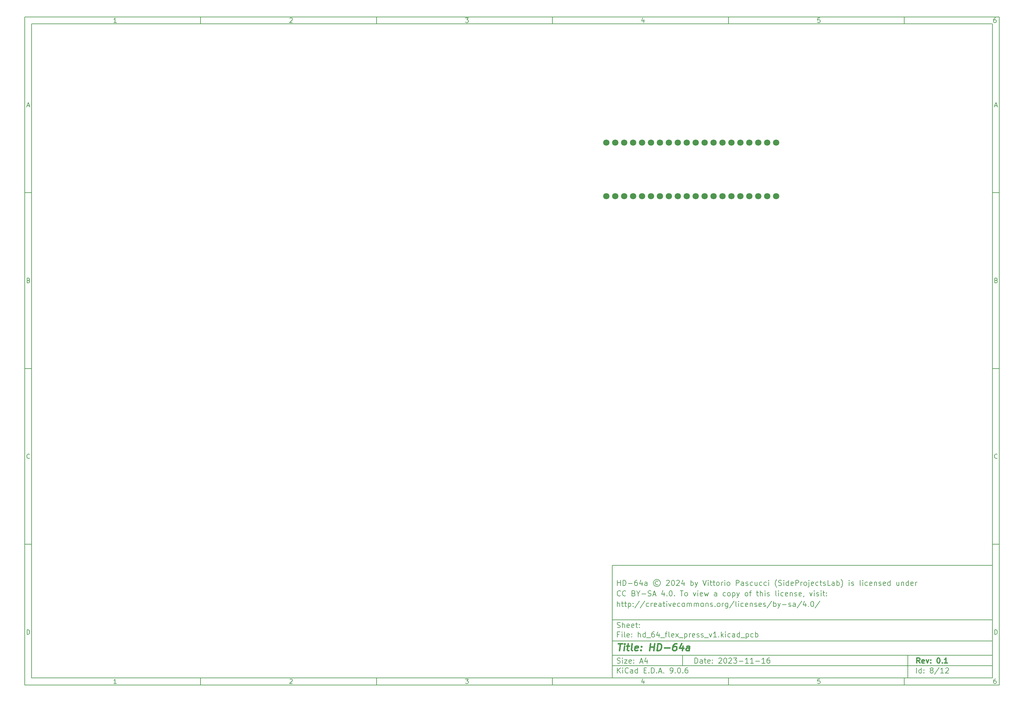
<source format=gbr>
%TF.GenerationSoftware,KiCad,Pcbnew,9.0.6*%
%TF.CreationDate,2025-11-27T00:01:33+01:00*%
%TF.ProjectId,hd_64_flex_press_v1,68645f36-345f-4666-9c65-785f70726573,0.1*%
%TF.SameCoordinates,PXd7966e0PY3c8eee0*%
%TF.FileFunction,Soldermask,Bot*%
%TF.FilePolarity,Negative*%
%FSLAX46Y46*%
G04 Gerber Fmt 4.6, Leading zero omitted, Abs format (unit mm)*
G04 Created by KiCad (PCBNEW 9.0.6) date 2025-11-27 00:01:33*
%MOMM*%
%LPD*%
G01*
G04 APERTURE LIST*
%ADD10C,0.100000*%
%ADD11C,0.150000*%
%ADD12C,0.300000*%
%ADD13C,0.400000*%
%ADD14C,1.800000*%
G04 APERTURE END LIST*
D10*
D11*
X-49057800Y-102507200D02*
X58942200Y-102507200D01*
X58942200Y-134507200D01*
X-49057800Y-134507200D01*
X-49057800Y-102507200D01*
D10*
D11*
X-216060000Y53500000D02*
X60942200Y53500000D01*
X60942200Y-136507200D01*
X-216060000Y-136507200D01*
X-216060000Y53500000D01*
D10*
D11*
X-214060000Y51500000D02*
X58942200Y51500000D01*
X58942200Y-134507200D01*
X-214060000Y-134507200D01*
X-214060000Y51500000D01*
D10*
D11*
X-166060000Y51500000D02*
X-166060000Y53500000D01*
D10*
D11*
X-116060000Y51500000D02*
X-116060000Y53500000D01*
D10*
D11*
X-66060000Y51500000D02*
X-66060000Y53500000D01*
D10*
D11*
X-16060000Y51500000D02*
X-16060000Y53500000D01*
D10*
D11*
X33940000Y51500000D02*
X33940000Y53500000D01*
D10*
D11*
X-189970840Y51906396D02*
X-190713697Y51906396D01*
X-190342269Y51906396D02*
X-190342269Y53206396D01*
X-190342269Y53206396D02*
X-190466078Y53020681D01*
X-190466078Y53020681D02*
X-190589888Y52896872D01*
X-190589888Y52896872D02*
X-190713697Y52834967D01*
D10*
D11*
X-140713697Y53082586D02*
X-140651793Y53144491D01*
X-140651793Y53144491D02*
X-140527983Y53206396D01*
X-140527983Y53206396D02*
X-140218459Y53206396D01*
X-140218459Y53206396D02*
X-140094650Y53144491D01*
X-140094650Y53144491D02*
X-140032745Y53082586D01*
X-140032745Y53082586D02*
X-139970840Y52958777D01*
X-139970840Y52958777D02*
X-139970840Y52834967D01*
X-139970840Y52834967D02*
X-140032745Y52649253D01*
X-140032745Y52649253D02*
X-140775602Y51906396D01*
X-140775602Y51906396D02*
X-139970840Y51906396D01*
D10*
D11*
X-90775602Y53206396D02*
X-89970840Y53206396D01*
X-89970840Y53206396D02*
X-90404174Y52711158D01*
X-90404174Y52711158D02*
X-90218459Y52711158D01*
X-90218459Y52711158D02*
X-90094650Y52649253D01*
X-90094650Y52649253D02*
X-90032745Y52587348D01*
X-90032745Y52587348D02*
X-89970840Y52463539D01*
X-89970840Y52463539D02*
X-89970840Y52154015D01*
X-89970840Y52154015D02*
X-90032745Y52030205D01*
X-90032745Y52030205D02*
X-90094650Y51968300D01*
X-90094650Y51968300D02*
X-90218459Y51906396D01*
X-90218459Y51906396D02*
X-90589888Y51906396D01*
X-90589888Y51906396D02*
X-90713697Y51968300D01*
X-90713697Y51968300D02*
X-90775602Y52030205D01*
D10*
D11*
X-40094650Y52773062D02*
X-40094650Y51906396D01*
X-40404174Y53268300D02*
X-40713697Y52339729D01*
X-40713697Y52339729D02*
X-39908936Y52339729D01*
D10*
D11*
X9967255Y53206396D02*
X9348207Y53206396D01*
X9348207Y53206396D02*
X9286303Y52587348D01*
X9286303Y52587348D02*
X9348207Y52649253D01*
X9348207Y52649253D02*
X9472017Y52711158D01*
X9472017Y52711158D02*
X9781541Y52711158D01*
X9781541Y52711158D02*
X9905350Y52649253D01*
X9905350Y52649253D02*
X9967255Y52587348D01*
X9967255Y52587348D02*
X10029160Y52463539D01*
X10029160Y52463539D02*
X10029160Y52154015D01*
X10029160Y52154015D02*
X9967255Y52030205D01*
X9967255Y52030205D02*
X9905350Y51968300D01*
X9905350Y51968300D02*
X9781541Y51906396D01*
X9781541Y51906396D02*
X9472017Y51906396D01*
X9472017Y51906396D02*
X9348207Y51968300D01*
X9348207Y51968300D02*
X9286303Y52030205D01*
D10*
D11*
X59905350Y53206396D02*
X59657731Y53206396D01*
X59657731Y53206396D02*
X59533922Y53144491D01*
X59533922Y53144491D02*
X59472017Y53082586D01*
X59472017Y53082586D02*
X59348207Y52896872D01*
X59348207Y52896872D02*
X59286303Y52649253D01*
X59286303Y52649253D02*
X59286303Y52154015D01*
X59286303Y52154015D02*
X59348207Y52030205D01*
X59348207Y52030205D02*
X59410112Y51968300D01*
X59410112Y51968300D02*
X59533922Y51906396D01*
X59533922Y51906396D02*
X59781541Y51906396D01*
X59781541Y51906396D02*
X59905350Y51968300D01*
X59905350Y51968300D02*
X59967255Y52030205D01*
X59967255Y52030205D02*
X60029160Y52154015D01*
X60029160Y52154015D02*
X60029160Y52463539D01*
X60029160Y52463539D02*
X59967255Y52587348D01*
X59967255Y52587348D02*
X59905350Y52649253D01*
X59905350Y52649253D02*
X59781541Y52711158D01*
X59781541Y52711158D02*
X59533922Y52711158D01*
X59533922Y52711158D02*
X59410112Y52649253D01*
X59410112Y52649253D02*
X59348207Y52587348D01*
X59348207Y52587348D02*
X59286303Y52463539D01*
D10*
D11*
X-166060000Y-134507200D02*
X-166060000Y-136507200D01*
D10*
D11*
X-116060000Y-134507200D02*
X-116060000Y-136507200D01*
D10*
D11*
X-66060000Y-134507200D02*
X-66060000Y-136507200D01*
D10*
D11*
X-16060000Y-134507200D02*
X-16060000Y-136507200D01*
D10*
D11*
X33940000Y-134507200D02*
X33940000Y-136507200D01*
D10*
D11*
X-189970840Y-136100804D02*
X-190713697Y-136100804D01*
X-190342269Y-136100804D02*
X-190342269Y-134800804D01*
X-190342269Y-134800804D02*
X-190466078Y-134986519D01*
X-190466078Y-134986519D02*
X-190589888Y-135110328D01*
X-190589888Y-135110328D02*
X-190713697Y-135172233D01*
D10*
D11*
X-140713697Y-134924614D02*
X-140651793Y-134862709D01*
X-140651793Y-134862709D02*
X-140527983Y-134800804D01*
X-140527983Y-134800804D02*
X-140218459Y-134800804D01*
X-140218459Y-134800804D02*
X-140094650Y-134862709D01*
X-140094650Y-134862709D02*
X-140032745Y-134924614D01*
X-140032745Y-134924614D02*
X-139970840Y-135048423D01*
X-139970840Y-135048423D02*
X-139970840Y-135172233D01*
X-139970840Y-135172233D02*
X-140032745Y-135357947D01*
X-140032745Y-135357947D02*
X-140775602Y-136100804D01*
X-140775602Y-136100804D02*
X-139970840Y-136100804D01*
D10*
D11*
X-90775602Y-134800804D02*
X-89970840Y-134800804D01*
X-89970840Y-134800804D02*
X-90404174Y-135296042D01*
X-90404174Y-135296042D02*
X-90218459Y-135296042D01*
X-90218459Y-135296042D02*
X-90094650Y-135357947D01*
X-90094650Y-135357947D02*
X-90032745Y-135419852D01*
X-90032745Y-135419852D02*
X-89970840Y-135543661D01*
X-89970840Y-135543661D02*
X-89970840Y-135853185D01*
X-89970840Y-135853185D02*
X-90032745Y-135976995D01*
X-90032745Y-135976995D02*
X-90094650Y-136038900D01*
X-90094650Y-136038900D02*
X-90218459Y-136100804D01*
X-90218459Y-136100804D02*
X-90589888Y-136100804D01*
X-90589888Y-136100804D02*
X-90713697Y-136038900D01*
X-90713697Y-136038900D02*
X-90775602Y-135976995D01*
D10*
D11*
X-40094650Y-135234138D02*
X-40094650Y-136100804D01*
X-40404174Y-134738900D02*
X-40713697Y-135667471D01*
X-40713697Y-135667471D02*
X-39908936Y-135667471D01*
D10*
D11*
X9967255Y-134800804D02*
X9348207Y-134800804D01*
X9348207Y-134800804D02*
X9286303Y-135419852D01*
X9286303Y-135419852D02*
X9348207Y-135357947D01*
X9348207Y-135357947D02*
X9472017Y-135296042D01*
X9472017Y-135296042D02*
X9781541Y-135296042D01*
X9781541Y-135296042D02*
X9905350Y-135357947D01*
X9905350Y-135357947D02*
X9967255Y-135419852D01*
X9967255Y-135419852D02*
X10029160Y-135543661D01*
X10029160Y-135543661D02*
X10029160Y-135853185D01*
X10029160Y-135853185D02*
X9967255Y-135976995D01*
X9967255Y-135976995D02*
X9905350Y-136038900D01*
X9905350Y-136038900D02*
X9781541Y-136100804D01*
X9781541Y-136100804D02*
X9472017Y-136100804D01*
X9472017Y-136100804D02*
X9348207Y-136038900D01*
X9348207Y-136038900D02*
X9286303Y-135976995D01*
D10*
D11*
X59905350Y-134800804D02*
X59657731Y-134800804D01*
X59657731Y-134800804D02*
X59533922Y-134862709D01*
X59533922Y-134862709D02*
X59472017Y-134924614D01*
X59472017Y-134924614D02*
X59348207Y-135110328D01*
X59348207Y-135110328D02*
X59286303Y-135357947D01*
X59286303Y-135357947D02*
X59286303Y-135853185D01*
X59286303Y-135853185D02*
X59348207Y-135976995D01*
X59348207Y-135976995D02*
X59410112Y-136038900D01*
X59410112Y-136038900D02*
X59533922Y-136100804D01*
X59533922Y-136100804D02*
X59781541Y-136100804D01*
X59781541Y-136100804D02*
X59905350Y-136038900D01*
X59905350Y-136038900D02*
X59967255Y-135976995D01*
X59967255Y-135976995D02*
X60029160Y-135853185D01*
X60029160Y-135853185D02*
X60029160Y-135543661D01*
X60029160Y-135543661D02*
X59967255Y-135419852D01*
X59967255Y-135419852D02*
X59905350Y-135357947D01*
X59905350Y-135357947D02*
X59781541Y-135296042D01*
X59781541Y-135296042D02*
X59533922Y-135296042D01*
X59533922Y-135296042D02*
X59410112Y-135357947D01*
X59410112Y-135357947D02*
X59348207Y-135419852D01*
X59348207Y-135419852D02*
X59286303Y-135543661D01*
D10*
D11*
X-216060000Y3500000D02*
X-214060000Y3500000D01*
D10*
D11*
X-216060000Y-46500000D02*
X-214060000Y-46500000D01*
D10*
D11*
X-216060000Y-96500000D02*
X-214060000Y-96500000D01*
D10*
D11*
X-215369524Y28277824D02*
X-214750477Y28277824D01*
X-215493334Y27906396D02*
X-215060001Y29206396D01*
X-215060001Y29206396D02*
X-214626667Y27906396D01*
D10*
D11*
X-214967143Y-21412652D02*
X-214781429Y-21474557D01*
X-214781429Y-21474557D02*
X-214719524Y-21536461D01*
X-214719524Y-21536461D02*
X-214657620Y-21660271D01*
X-214657620Y-21660271D02*
X-214657620Y-21845985D01*
X-214657620Y-21845985D02*
X-214719524Y-21969795D01*
X-214719524Y-21969795D02*
X-214781429Y-22031700D01*
X-214781429Y-22031700D02*
X-214905239Y-22093604D01*
X-214905239Y-22093604D02*
X-215400477Y-22093604D01*
X-215400477Y-22093604D02*
X-215400477Y-20793604D01*
X-215400477Y-20793604D02*
X-214967143Y-20793604D01*
X-214967143Y-20793604D02*
X-214843334Y-20855509D01*
X-214843334Y-20855509D02*
X-214781429Y-20917414D01*
X-214781429Y-20917414D02*
X-214719524Y-21041223D01*
X-214719524Y-21041223D02*
X-214719524Y-21165033D01*
X-214719524Y-21165033D02*
X-214781429Y-21288842D01*
X-214781429Y-21288842D02*
X-214843334Y-21350747D01*
X-214843334Y-21350747D02*
X-214967143Y-21412652D01*
X-214967143Y-21412652D02*
X-215400477Y-21412652D01*
D10*
D11*
X-214657620Y-71969795D02*
X-214719524Y-72031700D01*
X-214719524Y-72031700D02*
X-214905239Y-72093604D01*
X-214905239Y-72093604D02*
X-215029048Y-72093604D01*
X-215029048Y-72093604D02*
X-215214762Y-72031700D01*
X-215214762Y-72031700D02*
X-215338572Y-71907890D01*
X-215338572Y-71907890D02*
X-215400477Y-71784080D01*
X-215400477Y-71784080D02*
X-215462381Y-71536461D01*
X-215462381Y-71536461D02*
X-215462381Y-71350747D01*
X-215462381Y-71350747D02*
X-215400477Y-71103128D01*
X-215400477Y-71103128D02*
X-215338572Y-70979319D01*
X-215338572Y-70979319D02*
X-215214762Y-70855509D01*
X-215214762Y-70855509D02*
X-215029048Y-70793604D01*
X-215029048Y-70793604D02*
X-214905239Y-70793604D01*
X-214905239Y-70793604D02*
X-214719524Y-70855509D01*
X-214719524Y-70855509D02*
X-214657620Y-70917414D01*
D10*
D11*
X-215400477Y-122093604D02*
X-215400477Y-120793604D01*
X-215400477Y-120793604D02*
X-215090953Y-120793604D01*
X-215090953Y-120793604D02*
X-214905239Y-120855509D01*
X-214905239Y-120855509D02*
X-214781429Y-120979319D01*
X-214781429Y-120979319D02*
X-214719524Y-121103128D01*
X-214719524Y-121103128D02*
X-214657620Y-121350747D01*
X-214657620Y-121350747D02*
X-214657620Y-121536461D01*
X-214657620Y-121536461D02*
X-214719524Y-121784080D01*
X-214719524Y-121784080D02*
X-214781429Y-121907890D01*
X-214781429Y-121907890D02*
X-214905239Y-122031700D01*
X-214905239Y-122031700D02*
X-215090953Y-122093604D01*
X-215090953Y-122093604D02*
X-215400477Y-122093604D01*
D10*
D11*
X60942200Y3500000D02*
X58942200Y3500000D01*
D10*
D11*
X60942200Y-46500000D02*
X58942200Y-46500000D01*
D10*
D11*
X60942200Y-96500000D02*
X58942200Y-96500000D01*
D10*
D11*
X59632676Y28277824D02*
X60251723Y28277824D01*
X59508866Y27906396D02*
X59942199Y29206396D01*
X59942199Y29206396D02*
X60375533Y27906396D01*
D10*
D11*
X60035057Y-21412652D02*
X60220771Y-21474557D01*
X60220771Y-21474557D02*
X60282676Y-21536461D01*
X60282676Y-21536461D02*
X60344580Y-21660271D01*
X60344580Y-21660271D02*
X60344580Y-21845985D01*
X60344580Y-21845985D02*
X60282676Y-21969795D01*
X60282676Y-21969795D02*
X60220771Y-22031700D01*
X60220771Y-22031700D02*
X60096961Y-22093604D01*
X60096961Y-22093604D02*
X59601723Y-22093604D01*
X59601723Y-22093604D02*
X59601723Y-20793604D01*
X59601723Y-20793604D02*
X60035057Y-20793604D01*
X60035057Y-20793604D02*
X60158866Y-20855509D01*
X60158866Y-20855509D02*
X60220771Y-20917414D01*
X60220771Y-20917414D02*
X60282676Y-21041223D01*
X60282676Y-21041223D02*
X60282676Y-21165033D01*
X60282676Y-21165033D02*
X60220771Y-21288842D01*
X60220771Y-21288842D02*
X60158866Y-21350747D01*
X60158866Y-21350747D02*
X60035057Y-21412652D01*
X60035057Y-21412652D02*
X59601723Y-21412652D01*
D10*
D11*
X60344580Y-71969795D02*
X60282676Y-72031700D01*
X60282676Y-72031700D02*
X60096961Y-72093604D01*
X60096961Y-72093604D02*
X59973152Y-72093604D01*
X59973152Y-72093604D02*
X59787438Y-72031700D01*
X59787438Y-72031700D02*
X59663628Y-71907890D01*
X59663628Y-71907890D02*
X59601723Y-71784080D01*
X59601723Y-71784080D02*
X59539819Y-71536461D01*
X59539819Y-71536461D02*
X59539819Y-71350747D01*
X59539819Y-71350747D02*
X59601723Y-71103128D01*
X59601723Y-71103128D02*
X59663628Y-70979319D01*
X59663628Y-70979319D02*
X59787438Y-70855509D01*
X59787438Y-70855509D02*
X59973152Y-70793604D01*
X59973152Y-70793604D02*
X60096961Y-70793604D01*
X60096961Y-70793604D02*
X60282676Y-70855509D01*
X60282676Y-70855509D02*
X60344580Y-70917414D01*
D10*
D11*
X59601723Y-122093604D02*
X59601723Y-120793604D01*
X59601723Y-120793604D02*
X59911247Y-120793604D01*
X59911247Y-120793604D02*
X60096961Y-120855509D01*
X60096961Y-120855509D02*
X60220771Y-120979319D01*
X60220771Y-120979319D02*
X60282676Y-121103128D01*
X60282676Y-121103128D02*
X60344580Y-121350747D01*
X60344580Y-121350747D02*
X60344580Y-121536461D01*
X60344580Y-121536461D02*
X60282676Y-121784080D01*
X60282676Y-121784080D02*
X60220771Y-121907890D01*
X60220771Y-121907890D02*
X60096961Y-122031700D01*
X60096961Y-122031700D02*
X59911247Y-122093604D01*
X59911247Y-122093604D02*
X59601723Y-122093604D01*
D10*
D11*
X-25601974Y-130293328D02*
X-25601974Y-128793328D01*
X-25601974Y-128793328D02*
X-25244831Y-128793328D01*
X-25244831Y-128793328D02*
X-25030545Y-128864757D01*
X-25030545Y-128864757D02*
X-24887688Y-129007614D01*
X-24887688Y-129007614D02*
X-24816259Y-129150471D01*
X-24816259Y-129150471D02*
X-24744831Y-129436185D01*
X-24744831Y-129436185D02*
X-24744831Y-129650471D01*
X-24744831Y-129650471D02*
X-24816259Y-129936185D01*
X-24816259Y-129936185D02*
X-24887688Y-130079042D01*
X-24887688Y-130079042D02*
X-25030545Y-130221900D01*
X-25030545Y-130221900D02*
X-25244831Y-130293328D01*
X-25244831Y-130293328D02*
X-25601974Y-130293328D01*
X-23459116Y-130293328D02*
X-23459116Y-129507614D01*
X-23459116Y-129507614D02*
X-23530545Y-129364757D01*
X-23530545Y-129364757D02*
X-23673402Y-129293328D01*
X-23673402Y-129293328D02*
X-23959116Y-129293328D01*
X-23959116Y-129293328D02*
X-24101974Y-129364757D01*
X-23459116Y-130221900D02*
X-23601974Y-130293328D01*
X-23601974Y-130293328D02*
X-23959116Y-130293328D01*
X-23959116Y-130293328D02*
X-24101974Y-130221900D01*
X-24101974Y-130221900D02*
X-24173402Y-130079042D01*
X-24173402Y-130079042D02*
X-24173402Y-129936185D01*
X-24173402Y-129936185D02*
X-24101974Y-129793328D01*
X-24101974Y-129793328D02*
X-23959116Y-129721900D01*
X-23959116Y-129721900D02*
X-23601974Y-129721900D01*
X-23601974Y-129721900D02*
X-23459116Y-129650471D01*
X-22959116Y-129293328D02*
X-22387688Y-129293328D01*
X-22744831Y-128793328D02*
X-22744831Y-130079042D01*
X-22744831Y-130079042D02*
X-22673402Y-130221900D01*
X-22673402Y-130221900D02*
X-22530545Y-130293328D01*
X-22530545Y-130293328D02*
X-22387688Y-130293328D01*
X-21316259Y-130221900D02*
X-21459116Y-130293328D01*
X-21459116Y-130293328D02*
X-21744830Y-130293328D01*
X-21744830Y-130293328D02*
X-21887688Y-130221900D01*
X-21887688Y-130221900D02*
X-21959116Y-130079042D01*
X-21959116Y-130079042D02*
X-21959116Y-129507614D01*
X-21959116Y-129507614D02*
X-21887688Y-129364757D01*
X-21887688Y-129364757D02*
X-21744830Y-129293328D01*
X-21744830Y-129293328D02*
X-21459116Y-129293328D01*
X-21459116Y-129293328D02*
X-21316259Y-129364757D01*
X-21316259Y-129364757D02*
X-21244830Y-129507614D01*
X-21244830Y-129507614D02*
X-21244830Y-129650471D01*
X-21244830Y-129650471D02*
X-21959116Y-129793328D01*
X-20601974Y-130150471D02*
X-20530545Y-130221900D01*
X-20530545Y-130221900D02*
X-20601974Y-130293328D01*
X-20601974Y-130293328D02*
X-20673402Y-130221900D01*
X-20673402Y-130221900D02*
X-20601974Y-130150471D01*
X-20601974Y-130150471D02*
X-20601974Y-130293328D01*
X-20601974Y-129364757D02*
X-20530545Y-129436185D01*
X-20530545Y-129436185D02*
X-20601974Y-129507614D01*
X-20601974Y-129507614D02*
X-20673402Y-129436185D01*
X-20673402Y-129436185D02*
X-20601974Y-129364757D01*
X-20601974Y-129364757D02*
X-20601974Y-129507614D01*
X-18816259Y-128936185D02*
X-18744831Y-128864757D01*
X-18744831Y-128864757D02*
X-18601973Y-128793328D01*
X-18601973Y-128793328D02*
X-18244831Y-128793328D01*
X-18244831Y-128793328D02*
X-18101973Y-128864757D01*
X-18101973Y-128864757D02*
X-18030545Y-128936185D01*
X-18030545Y-128936185D02*
X-17959116Y-129079042D01*
X-17959116Y-129079042D02*
X-17959116Y-129221900D01*
X-17959116Y-129221900D02*
X-18030545Y-129436185D01*
X-18030545Y-129436185D02*
X-18887688Y-130293328D01*
X-18887688Y-130293328D02*
X-17959116Y-130293328D01*
X-17030545Y-128793328D02*
X-16887688Y-128793328D01*
X-16887688Y-128793328D02*
X-16744831Y-128864757D01*
X-16744831Y-128864757D02*
X-16673402Y-128936185D01*
X-16673402Y-128936185D02*
X-16601974Y-129079042D01*
X-16601974Y-129079042D02*
X-16530545Y-129364757D01*
X-16530545Y-129364757D02*
X-16530545Y-129721900D01*
X-16530545Y-129721900D02*
X-16601974Y-130007614D01*
X-16601974Y-130007614D02*
X-16673402Y-130150471D01*
X-16673402Y-130150471D02*
X-16744831Y-130221900D01*
X-16744831Y-130221900D02*
X-16887688Y-130293328D01*
X-16887688Y-130293328D02*
X-17030545Y-130293328D01*
X-17030545Y-130293328D02*
X-17173402Y-130221900D01*
X-17173402Y-130221900D02*
X-17244831Y-130150471D01*
X-17244831Y-130150471D02*
X-17316260Y-130007614D01*
X-17316260Y-130007614D02*
X-17387688Y-129721900D01*
X-17387688Y-129721900D02*
X-17387688Y-129364757D01*
X-17387688Y-129364757D02*
X-17316260Y-129079042D01*
X-17316260Y-129079042D02*
X-17244831Y-128936185D01*
X-17244831Y-128936185D02*
X-17173402Y-128864757D01*
X-17173402Y-128864757D02*
X-17030545Y-128793328D01*
X-15959117Y-128936185D02*
X-15887689Y-128864757D01*
X-15887689Y-128864757D02*
X-15744831Y-128793328D01*
X-15744831Y-128793328D02*
X-15387689Y-128793328D01*
X-15387689Y-128793328D02*
X-15244831Y-128864757D01*
X-15244831Y-128864757D02*
X-15173403Y-128936185D01*
X-15173403Y-128936185D02*
X-15101974Y-129079042D01*
X-15101974Y-129079042D02*
X-15101974Y-129221900D01*
X-15101974Y-129221900D02*
X-15173403Y-129436185D01*
X-15173403Y-129436185D02*
X-16030546Y-130293328D01*
X-16030546Y-130293328D02*
X-15101974Y-130293328D01*
X-14601975Y-128793328D02*
X-13673403Y-128793328D01*
X-13673403Y-128793328D02*
X-14173403Y-129364757D01*
X-14173403Y-129364757D02*
X-13959118Y-129364757D01*
X-13959118Y-129364757D02*
X-13816260Y-129436185D01*
X-13816260Y-129436185D02*
X-13744832Y-129507614D01*
X-13744832Y-129507614D02*
X-13673403Y-129650471D01*
X-13673403Y-129650471D02*
X-13673403Y-130007614D01*
X-13673403Y-130007614D02*
X-13744832Y-130150471D01*
X-13744832Y-130150471D02*
X-13816260Y-130221900D01*
X-13816260Y-130221900D02*
X-13959118Y-130293328D01*
X-13959118Y-130293328D02*
X-14387689Y-130293328D01*
X-14387689Y-130293328D02*
X-14530546Y-130221900D01*
X-14530546Y-130221900D02*
X-14601975Y-130150471D01*
X-13030547Y-129721900D02*
X-11887689Y-129721900D01*
X-10387689Y-130293328D02*
X-11244832Y-130293328D01*
X-10816261Y-130293328D02*
X-10816261Y-128793328D01*
X-10816261Y-128793328D02*
X-10959118Y-129007614D01*
X-10959118Y-129007614D02*
X-11101975Y-129150471D01*
X-11101975Y-129150471D02*
X-11244832Y-129221900D01*
X-8959118Y-130293328D02*
X-9816261Y-130293328D01*
X-9387690Y-130293328D02*
X-9387690Y-128793328D01*
X-9387690Y-128793328D02*
X-9530547Y-129007614D01*
X-9530547Y-129007614D02*
X-9673404Y-129150471D01*
X-9673404Y-129150471D02*
X-9816261Y-129221900D01*
X-8316262Y-129721900D02*
X-7173404Y-129721900D01*
X-5673404Y-130293328D02*
X-6530547Y-130293328D01*
X-6101976Y-130293328D02*
X-6101976Y-128793328D01*
X-6101976Y-128793328D02*
X-6244833Y-129007614D01*
X-6244833Y-129007614D02*
X-6387690Y-129150471D01*
X-6387690Y-129150471D02*
X-6530547Y-129221900D01*
X-4387690Y-128793328D02*
X-4673405Y-128793328D01*
X-4673405Y-128793328D02*
X-4816262Y-128864757D01*
X-4816262Y-128864757D02*
X-4887690Y-128936185D01*
X-4887690Y-128936185D02*
X-5030548Y-129150471D01*
X-5030548Y-129150471D02*
X-5101976Y-129436185D01*
X-5101976Y-129436185D02*
X-5101976Y-130007614D01*
X-5101976Y-130007614D02*
X-5030548Y-130150471D01*
X-5030548Y-130150471D02*
X-4959119Y-130221900D01*
X-4959119Y-130221900D02*
X-4816262Y-130293328D01*
X-4816262Y-130293328D02*
X-4530548Y-130293328D01*
X-4530548Y-130293328D02*
X-4387690Y-130221900D01*
X-4387690Y-130221900D02*
X-4316262Y-130150471D01*
X-4316262Y-130150471D02*
X-4244833Y-130007614D01*
X-4244833Y-130007614D02*
X-4244833Y-129650471D01*
X-4244833Y-129650471D02*
X-4316262Y-129507614D01*
X-4316262Y-129507614D02*
X-4387690Y-129436185D01*
X-4387690Y-129436185D02*
X-4530548Y-129364757D01*
X-4530548Y-129364757D02*
X-4816262Y-129364757D01*
X-4816262Y-129364757D02*
X-4959119Y-129436185D01*
X-4959119Y-129436185D02*
X-5030548Y-129507614D01*
X-5030548Y-129507614D02*
X-5101976Y-129650471D01*
D10*
D11*
X-49057800Y-131007200D02*
X58942200Y-131007200D01*
D10*
D11*
X-47601974Y-133093328D02*
X-47601974Y-131593328D01*
X-46744831Y-133093328D02*
X-47387688Y-132236185D01*
X-46744831Y-131593328D02*
X-47601974Y-132450471D01*
X-46101974Y-133093328D02*
X-46101974Y-132093328D01*
X-46101974Y-131593328D02*
X-46173402Y-131664757D01*
X-46173402Y-131664757D02*
X-46101974Y-131736185D01*
X-46101974Y-131736185D02*
X-46030545Y-131664757D01*
X-46030545Y-131664757D02*
X-46101974Y-131593328D01*
X-46101974Y-131593328D02*
X-46101974Y-131736185D01*
X-44530545Y-132950471D02*
X-44601973Y-133021900D01*
X-44601973Y-133021900D02*
X-44816259Y-133093328D01*
X-44816259Y-133093328D02*
X-44959116Y-133093328D01*
X-44959116Y-133093328D02*
X-45173402Y-133021900D01*
X-45173402Y-133021900D02*
X-45316259Y-132879042D01*
X-45316259Y-132879042D02*
X-45387688Y-132736185D01*
X-45387688Y-132736185D02*
X-45459116Y-132450471D01*
X-45459116Y-132450471D02*
X-45459116Y-132236185D01*
X-45459116Y-132236185D02*
X-45387688Y-131950471D01*
X-45387688Y-131950471D02*
X-45316259Y-131807614D01*
X-45316259Y-131807614D02*
X-45173402Y-131664757D01*
X-45173402Y-131664757D02*
X-44959116Y-131593328D01*
X-44959116Y-131593328D02*
X-44816259Y-131593328D01*
X-44816259Y-131593328D02*
X-44601973Y-131664757D01*
X-44601973Y-131664757D02*
X-44530545Y-131736185D01*
X-43244830Y-133093328D02*
X-43244830Y-132307614D01*
X-43244830Y-132307614D02*
X-43316259Y-132164757D01*
X-43316259Y-132164757D02*
X-43459116Y-132093328D01*
X-43459116Y-132093328D02*
X-43744830Y-132093328D01*
X-43744830Y-132093328D02*
X-43887688Y-132164757D01*
X-43244830Y-133021900D02*
X-43387688Y-133093328D01*
X-43387688Y-133093328D02*
X-43744830Y-133093328D01*
X-43744830Y-133093328D02*
X-43887688Y-133021900D01*
X-43887688Y-133021900D02*
X-43959116Y-132879042D01*
X-43959116Y-132879042D02*
X-43959116Y-132736185D01*
X-43959116Y-132736185D02*
X-43887688Y-132593328D01*
X-43887688Y-132593328D02*
X-43744830Y-132521900D01*
X-43744830Y-132521900D02*
X-43387688Y-132521900D01*
X-43387688Y-132521900D02*
X-43244830Y-132450471D01*
X-41887687Y-133093328D02*
X-41887687Y-131593328D01*
X-41887687Y-133021900D02*
X-42030545Y-133093328D01*
X-42030545Y-133093328D02*
X-42316259Y-133093328D01*
X-42316259Y-133093328D02*
X-42459116Y-133021900D01*
X-42459116Y-133021900D02*
X-42530545Y-132950471D01*
X-42530545Y-132950471D02*
X-42601973Y-132807614D01*
X-42601973Y-132807614D02*
X-42601973Y-132379042D01*
X-42601973Y-132379042D02*
X-42530545Y-132236185D01*
X-42530545Y-132236185D02*
X-42459116Y-132164757D01*
X-42459116Y-132164757D02*
X-42316259Y-132093328D01*
X-42316259Y-132093328D02*
X-42030545Y-132093328D01*
X-42030545Y-132093328D02*
X-41887687Y-132164757D01*
X-40030545Y-132307614D02*
X-39530545Y-132307614D01*
X-39316259Y-133093328D02*
X-40030545Y-133093328D01*
X-40030545Y-133093328D02*
X-40030545Y-131593328D01*
X-40030545Y-131593328D02*
X-39316259Y-131593328D01*
X-38673402Y-132950471D02*
X-38601973Y-133021900D01*
X-38601973Y-133021900D02*
X-38673402Y-133093328D01*
X-38673402Y-133093328D02*
X-38744830Y-133021900D01*
X-38744830Y-133021900D02*
X-38673402Y-132950471D01*
X-38673402Y-132950471D02*
X-38673402Y-133093328D01*
X-37959116Y-133093328D02*
X-37959116Y-131593328D01*
X-37959116Y-131593328D02*
X-37601973Y-131593328D01*
X-37601973Y-131593328D02*
X-37387687Y-131664757D01*
X-37387687Y-131664757D02*
X-37244830Y-131807614D01*
X-37244830Y-131807614D02*
X-37173401Y-131950471D01*
X-37173401Y-131950471D02*
X-37101973Y-132236185D01*
X-37101973Y-132236185D02*
X-37101973Y-132450471D01*
X-37101973Y-132450471D02*
X-37173401Y-132736185D01*
X-37173401Y-132736185D02*
X-37244830Y-132879042D01*
X-37244830Y-132879042D02*
X-37387687Y-133021900D01*
X-37387687Y-133021900D02*
X-37601973Y-133093328D01*
X-37601973Y-133093328D02*
X-37959116Y-133093328D01*
X-36459116Y-132950471D02*
X-36387687Y-133021900D01*
X-36387687Y-133021900D02*
X-36459116Y-133093328D01*
X-36459116Y-133093328D02*
X-36530544Y-133021900D01*
X-36530544Y-133021900D02*
X-36459116Y-132950471D01*
X-36459116Y-132950471D02*
X-36459116Y-133093328D01*
X-35816258Y-132664757D02*
X-35101972Y-132664757D01*
X-35959115Y-133093328D02*
X-35459115Y-131593328D01*
X-35459115Y-131593328D02*
X-34959115Y-133093328D01*
X-34459116Y-132950471D02*
X-34387687Y-133021900D01*
X-34387687Y-133021900D02*
X-34459116Y-133093328D01*
X-34459116Y-133093328D02*
X-34530544Y-133021900D01*
X-34530544Y-133021900D02*
X-34459116Y-132950471D01*
X-34459116Y-132950471D02*
X-34459116Y-133093328D01*
X-32530544Y-133093328D02*
X-32244830Y-133093328D01*
X-32244830Y-133093328D02*
X-32101973Y-133021900D01*
X-32101973Y-133021900D02*
X-32030544Y-132950471D01*
X-32030544Y-132950471D02*
X-31887687Y-132736185D01*
X-31887687Y-132736185D02*
X-31816258Y-132450471D01*
X-31816258Y-132450471D02*
X-31816258Y-131879042D01*
X-31816258Y-131879042D02*
X-31887687Y-131736185D01*
X-31887687Y-131736185D02*
X-31959115Y-131664757D01*
X-31959115Y-131664757D02*
X-32101973Y-131593328D01*
X-32101973Y-131593328D02*
X-32387687Y-131593328D01*
X-32387687Y-131593328D02*
X-32530544Y-131664757D01*
X-32530544Y-131664757D02*
X-32601973Y-131736185D01*
X-32601973Y-131736185D02*
X-32673401Y-131879042D01*
X-32673401Y-131879042D02*
X-32673401Y-132236185D01*
X-32673401Y-132236185D02*
X-32601973Y-132379042D01*
X-32601973Y-132379042D02*
X-32530544Y-132450471D01*
X-32530544Y-132450471D02*
X-32387687Y-132521900D01*
X-32387687Y-132521900D02*
X-32101973Y-132521900D01*
X-32101973Y-132521900D02*
X-31959115Y-132450471D01*
X-31959115Y-132450471D02*
X-31887687Y-132379042D01*
X-31887687Y-132379042D02*
X-31816258Y-132236185D01*
X-31173402Y-132950471D02*
X-31101973Y-133021900D01*
X-31101973Y-133021900D02*
X-31173402Y-133093328D01*
X-31173402Y-133093328D02*
X-31244830Y-133021900D01*
X-31244830Y-133021900D02*
X-31173402Y-132950471D01*
X-31173402Y-132950471D02*
X-31173402Y-133093328D01*
X-30173401Y-131593328D02*
X-30030544Y-131593328D01*
X-30030544Y-131593328D02*
X-29887687Y-131664757D01*
X-29887687Y-131664757D02*
X-29816258Y-131736185D01*
X-29816258Y-131736185D02*
X-29744830Y-131879042D01*
X-29744830Y-131879042D02*
X-29673401Y-132164757D01*
X-29673401Y-132164757D02*
X-29673401Y-132521900D01*
X-29673401Y-132521900D02*
X-29744830Y-132807614D01*
X-29744830Y-132807614D02*
X-29816258Y-132950471D01*
X-29816258Y-132950471D02*
X-29887687Y-133021900D01*
X-29887687Y-133021900D02*
X-30030544Y-133093328D01*
X-30030544Y-133093328D02*
X-30173401Y-133093328D01*
X-30173401Y-133093328D02*
X-30316258Y-133021900D01*
X-30316258Y-133021900D02*
X-30387687Y-132950471D01*
X-30387687Y-132950471D02*
X-30459116Y-132807614D01*
X-30459116Y-132807614D02*
X-30530544Y-132521900D01*
X-30530544Y-132521900D02*
X-30530544Y-132164757D01*
X-30530544Y-132164757D02*
X-30459116Y-131879042D01*
X-30459116Y-131879042D02*
X-30387687Y-131736185D01*
X-30387687Y-131736185D02*
X-30316258Y-131664757D01*
X-30316258Y-131664757D02*
X-30173401Y-131593328D01*
X-29030545Y-132950471D02*
X-28959116Y-133021900D01*
X-28959116Y-133021900D02*
X-29030545Y-133093328D01*
X-29030545Y-133093328D02*
X-29101973Y-133021900D01*
X-29101973Y-133021900D02*
X-29030545Y-132950471D01*
X-29030545Y-132950471D02*
X-29030545Y-133093328D01*
X-27673401Y-131593328D02*
X-27959116Y-131593328D01*
X-27959116Y-131593328D02*
X-28101973Y-131664757D01*
X-28101973Y-131664757D02*
X-28173401Y-131736185D01*
X-28173401Y-131736185D02*
X-28316259Y-131950471D01*
X-28316259Y-131950471D02*
X-28387687Y-132236185D01*
X-28387687Y-132236185D02*
X-28387687Y-132807614D01*
X-28387687Y-132807614D02*
X-28316259Y-132950471D01*
X-28316259Y-132950471D02*
X-28244830Y-133021900D01*
X-28244830Y-133021900D02*
X-28101973Y-133093328D01*
X-28101973Y-133093328D02*
X-27816259Y-133093328D01*
X-27816259Y-133093328D02*
X-27673401Y-133021900D01*
X-27673401Y-133021900D02*
X-27601973Y-132950471D01*
X-27601973Y-132950471D02*
X-27530544Y-132807614D01*
X-27530544Y-132807614D02*
X-27530544Y-132450471D01*
X-27530544Y-132450471D02*
X-27601973Y-132307614D01*
X-27601973Y-132307614D02*
X-27673401Y-132236185D01*
X-27673401Y-132236185D02*
X-27816259Y-132164757D01*
X-27816259Y-132164757D02*
X-28101973Y-132164757D01*
X-28101973Y-132164757D02*
X-28244830Y-132236185D01*
X-28244830Y-132236185D02*
X-28316259Y-132307614D01*
X-28316259Y-132307614D02*
X-28387687Y-132450471D01*
D10*
D11*
X-49057800Y-128007200D02*
X58942200Y-128007200D01*
D10*
D12*
X38353853Y-130285528D02*
X37853853Y-129571242D01*
X37496710Y-130285528D02*
X37496710Y-128785528D01*
X37496710Y-128785528D02*
X38068139Y-128785528D01*
X38068139Y-128785528D02*
X38210996Y-128856957D01*
X38210996Y-128856957D02*
X38282425Y-128928385D01*
X38282425Y-128928385D02*
X38353853Y-129071242D01*
X38353853Y-129071242D02*
X38353853Y-129285528D01*
X38353853Y-129285528D02*
X38282425Y-129428385D01*
X38282425Y-129428385D02*
X38210996Y-129499814D01*
X38210996Y-129499814D02*
X38068139Y-129571242D01*
X38068139Y-129571242D02*
X37496710Y-129571242D01*
X39568139Y-130214100D02*
X39425282Y-130285528D01*
X39425282Y-130285528D02*
X39139568Y-130285528D01*
X39139568Y-130285528D02*
X38996710Y-130214100D01*
X38996710Y-130214100D02*
X38925282Y-130071242D01*
X38925282Y-130071242D02*
X38925282Y-129499814D01*
X38925282Y-129499814D02*
X38996710Y-129356957D01*
X38996710Y-129356957D02*
X39139568Y-129285528D01*
X39139568Y-129285528D02*
X39425282Y-129285528D01*
X39425282Y-129285528D02*
X39568139Y-129356957D01*
X39568139Y-129356957D02*
X39639568Y-129499814D01*
X39639568Y-129499814D02*
X39639568Y-129642671D01*
X39639568Y-129642671D02*
X38925282Y-129785528D01*
X40139567Y-129285528D02*
X40496710Y-130285528D01*
X40496710Y-130285528D02*
X40853853Y-129285528D01*
X41425281Y-130142671D02*
X41496710Y-130214100D01*
X41496710Y-130214100D02*
X41425281Y-130285528D01*
X41425281Y-130285528D02*
X41353853Y-130214100D01*
X41353853Y-130214100D02*
X41425281Y-130142671D01*
X41425281Y-130142671D02*
X41425281Y-130285528D01*
X41425281Y-129356957D02*
X41496710Y-129428385D01*
X41496710Y-129428385D02*
X41425281Y-129499814D01*
X41425281Y-129499814D02*
X41353853Y-129428385D01*
X41353853Y-129428385D02*
X41425281Y-129356957D01*
X41425281Y-129356957D02*
X41425281Y-129499814D01*
X43568139Y-128785528D02*
X43710996Y-128785528D01*
X43710996Y-128785528D02*
X43853853Y-128856957D01*
X43853853Y-128856957D02*
X43925282Y-128928385D01*
X43925282Y-128928385D02*
X43996710Y-129071242D01*
X43996710Y-129071242D02*
X44068139Y-129356957D01*
X44068139Y-129356957D02*
X44068139Y-129714100D01*
X44068139Y-129714100D02*
X43996710Y-129999814D01*
X43996710Y-129999814D02*
X43925282Y-130142671D01*
X43925282Y-130142671D02*
X43853853Y-130214100D01*
X43853853Y-130214100D02*
X43710996Y-130285528D01*
X43710996Y-130285528D02*
X43568139Y-130285528D01*
X43568139Y-130285528D02*
X43425282Y-130214100D01*
X43425282Y-130214100D02*
X43353853Y-130142671D01*
X43353853Y-130142671D02*
X43282424Y-129999814D01*
X43282424Y-129999814D02*
X43210996Y-129714100D01*
X43210996Y-129714100D02*
X43210996Y-129356957D01*
X43210996Y-129356957D02*
X43282424Y-129071242D01*
X43282424Y-129071242D02*
X43353853Y-128928385D01*
X43353853Y-128928385D02*
X43425282Y-128856957D01*
X43425282Y-128856957D02*
X43568139Y-128785528D01*
X44710995Y-130142671D02*
X44782424Y-130214100D01*
X44782424Y-130214100D02*
X44710995Y-130285528D01*
X44710995Y-130285528D02*
X44639567Y-130214100D01*
X44639567Y-130214100D02*
X44710995Y-130142671D01*
X44710995Y-130142671D02*
X44710995Y-130285528D01*
X46210996Y-130285528D02*
X45353853Y-130285528D01*
X45782424Y-130285528D02*
X45782424Y-128785528D01*
X45782424Y-128785528D02*
X45639567Y-128999814D01*
X45639567Y-128999814D02*
X45496710Y-129142671D01*
X45496710Y-129142671D02*
X45353853Y-129214100D01*
D10*
D11*
X-47673402Y-130221900D02*
X-47459116Y-130293328D01*
X-47459116Y-130293328D02*
X-47101974Y-130293328D01*
X-47101974Y-130293328D02*
X-46959116Y-130221900D01*
X-46959116Y-130221900D02*
X-46887688Y-130150471D01*
X-46887688Y-130150471D02*
X-46816259Y-130007614D01*
X-46816259Y-130007614D02*
X-46816259Y-129864757D01*
X-46816259Y-129864757D02*
X-46887688Y-129721900D01*
X-46887688Y-129721900D02*
X-46959116Y-129650471D01*
X-46959116Y-129650471D02*
X-47101974Y-129579042D01*
X-47101974Y-129579042D02*
X-47387688Y-129507614D01*
X-47387688Y-129507614D02*
X-47530545Y-129436185D01*
X-47530545Y-129436185D02*
X-47601974Y-129364757D01*
X-47601974Y-129364757D02*
X-47673402Y-129221900D01*
X-47673402Y-129221900D02*
X-47673402Y-129079042D01*
X-47673402Y-129079042D02*
X-47601974Y-128936185D01*
X-47601974Y-128936185D02*
X-47530545Y-128864757D01*
X-47530545Y-128864757D02*
X-47387688Y-128793328D01*
X-47387688Y-128793328D02*
X-47030545Y-128793328D01*
X-47030545Y-128793328D02*
X-46816259Y-128864757D01*
X-46173403Y-130293328D02*
X-46173403Y-129293328D01*
X-46173403Y-128793328D02*
X-46244831Y-128864757D01*
X-46244831Y-128864757D02*
X-46173403Y-128936185D01*
X-46173403Y-128936185D02*
X-46101974Y-128864757D01*
X-46101974Y-128864757D02*
X-46173403Y-128793328D01*
X-46173403Y-128793328D02*
X-46173403Y-128936185D01*
X-45601974Y-129293328D02*
X-44816259Y-129293328D01*
X-44816259Y-129293328D02*
X-45601974Y-130293328D01*
X-45601974Y-130293328D02*
X-44816259Y-130293328D01*
X-43673402Y-130221900D02*
X-43816259Y-130293328D01*
X-43816259Y-130293328D02*
X-44101973Y-130293328D01*
X-44101973Y-130293328D02*
X-44244831Y-130221900D01*
X-44244831Y-130221900D02*
X-44316259Y-130079042D01*
X-44316259Y-130079042D02*
X-44316259Y-129507614D01*
X-44316259Y-129507614D02*
X-44244831Y-129364757D01*
X-44244831Y-129364757D02*
X-44101973Y-129293328D01*
X-44101973Y-129293328D02*
X-43816259Y-129293328D01*
X-43816259Y-129293328D02*
X-43673402Y-129364757D01*
X-43673402Y-129364757D02*
X-43601973Y-129507614D01*
X-43601973Y-129507614D02*
X-43601973Y-129650471D01*
X-43601973Y-129650471D02*
X-44316259Y-129793328D01*
X-42959117Y-130150471D02*
X-42887688Y-130221900D01*
X-42887688Y-130221900D02*
X-42959117Y-130293328D01*
X-42959117Y-130293328D02*
X-43030545Y-130221900D01*
X-43030545Y-130221900D02*
X-42959117Y-130150471D01*
X-42959117Y-130150471D02*
X-42959117Y-130293328D01*
X-42959117Y-129364757D02*
X-42887688Y-129436185D01*
X-42887688Y-129436185D02*
X-42959117Y-129507614D01*
X-42959117Y-129507614D02*
X-43030545Y-129436185D01*
X-43030545Y-129436185D02*
X-42959117Y-129364757D01*
X-42959117Y-129364757D02*
X-42959117Y-129507614D01*
X-41173402Y-129864757D02*
X-40459116Y-129864757D01*
X-41316259Y-130293328D02*
X-40816259Y-128793328D01*
X-40816259Y-128793328D02*
X-40316259Y-130293328D01*
X-39173402Y-129293328D02*
X-39173402Y-130293328D01*
X-39530545Y-128721900D02*
X-39887688Y-129793328D01*
X-39887688Y-129793328D02*
X-38959117Y-129793328D01*
D10*
D11*
X37398026Y-133093328D02*
X37398026Y-131593328D01*
X38755170Y-133093328D02*
X38755170Y-131593328D01*
X38755170Y-133021900D02*
X38612312Y-133093328D01*
X38612312Y-133093328D02*
X38326598Y-133093328D01*
X38326598Y-133093328D02*
X38183741Y-133021900D01*
X38183741Y-133021900D02*
X38112312Y-132950471D01*
X38112312Y-132950471D02*
X38040884Y-132807614D01*
X38040884Y-132807614D02*
X38040884Y-132379042D01*
X38040884Y-132379042D02*
X38112312Y-132236185D01*
X38112312Y-132236185D02*
X38183741Y-132164757D01*
X38183741Y-132164757D02*
X38326598Y-132093328D01*
X38326598Y-132093328D02*
X38612312Y-132093328D01*
X38612312Y-132093328D02*
X38755170Y-132164757D01*
X39469455Y-132950471D02*
X39540884Y-133021900D01*
X39540884Y-133021900D02*
X39469455Y-133093328D01*
X39469455Y-133093328D02*
X39398027Y-133021900D01*
X39398027Y-133021900D02*
X39469455Y-132950471D01*
X39469455Y-132950471D02*
X39469455Y-133093328D01*
X39469455Y-132164757D02*
X39540884Y-132236185D01*
X39540884Y-132236185D02*
X39469455Y-132307614D01*
X39469455Y-132307614D02*
X39398027Y-132236185D01*
X39398027Y-132236185D02*
X39469455Y-132164757D01*
X39469455Y-132164757D02*
X39469455Y-132307614D01*
X41540884Y-132236185D02*
X41398027Y-132164757D01*
X41398027Y-132164757D02*
X41326598Y-132093328D01*
X41326598Y-132093328D02*
X41255170Y-131950471D01*
X41255170Y-131950471D02*
X41255170Y-131879042D01*
X41255170Y-131879042D02*
X41326598Y-131736185D01*
X41326598Y-131736185D02*
X41398027Y-131664757D01*
X41398027Y-131664757D02*
X41540884Y-131593328D01*
X41540884Y-131593328D02*
X41826598Y-131593328D01*
X41826598Y-131593328D02*
X41969456Y-131664757D01*
X41969456Y-131664757D02*
X42040884Y-131736185D01*
X42040884Y-131736185D02*
X42112313Y-131879042D01*
X42112313Y-131879042D02*
X42112313Y-131950471D01*
X42112313Y-131950471D02*
X42040884Y-132093328D01*
X42040884Y-132093328D02*
X41969456Y-132164757D01*
X41969456Y-132164757D02*
X41826598Y-132236185D01*
X41826598Y-132236185D02*
X41540884Y-132236185D01*
X41540884Y-132236185D02*
X41398027Y-132307614D01*
X41398027Y-132307614D02*
X41326598Y-132379042D01*
X41326598Y-132379042D02*
X41255170Y-132521900D01*
X41255170Y-132521900D02*
X41255170Y-132807614D01*
X41255170Y-132807614D02*
X41326598Y-132950471D01*
X41326598Y-132950471D02*
X41398027Y-133021900D01*
X41398027Y-133021900D02*
X41540884Y-133093328D01*
X41540884Y-133093328D02*
X41826598Y-133093328D01*
X41826598Y-133093328D02*
X41969456Y-133021900D01*
X41969456Y-133021900D02*
X42040884Y-132950471D01*
X42040884Y-132950471D02*
X42112313Y-132807614D01*
X42112313Y-132807614D02*
X42112313Y-132521900D01*
X42112313Y-132521900D02*
X42040884Y-132379042D01*
X42040884Y-132379042D02*
X41969456Y-132307614D01*
X41969456Y-132307614D02*
X41826598Y-132236185D01*
X43826598Y-131521900D02*
X42540884Y-133450471D01*
X45112313Y-133093328D02*
X44255170Y-133093328D01*
X44683741Y-133093328D02*
X44683741Y-131593328D01*
X44683741Y-131593328D02*
X44540884Y-131807614D01*
X44540884Y-131807614D02*
X44398027Y-131950471D01*
X44398027Y-131950471D02*
X44255170Y-132021900D01*
X45683741Y-131736185D02*
X45755169Y-131664757D01*
X45755169Y-131664757D02*
X45898027Y-131593328D01*
X45898027Y-131593328D02*
X46255169Y-131593328D01*
X46255169Y-131593328D02*
X46398027Y-131664757D01*
X46398027Y-131664757D02*
X46469455Y-131736185D01*
X46469455Y-131736185D02*
X46540884Y-131879042D01*
X46540884Y-131879042D02*
X46540884Y-132021900D01*
X46540884Y-132021900D02*
X46469455Y-132236185D01*
X46469455Y-132236185D02*
X45612312Y-133093328D01*
X45612312Y-133093328D02*
X46540884Y-133093328D01*
D10*
D11*
X-49057800Y-124007200D02*
X58942200Y-124007200D01*
D10*
D13*
X-47366072Y-124711638D02*
X-46223215Y-124711638D01*
X-47044643Y-126711638D02*
X-46794643Y-124711638D01*
X-45806548Y-126711638D02*
X-45639881Y-125378304D01*
X-45556548Y-124711638D02*
X-45663691Y-124806876D01*
X-45663691Y-124806876D02*
X-45580357Y-124902114D01*
X-45580357Y-124902114D02*
X-45473214Y-124806876D01*
X-45473214Y-124806876D02*
X-45556548Y-124711638D01*
X-45556548Y-124711638D02*
X-45580357Y-124902114D01*
X-44973214Y-125378304D02*
X-44211310Y-125378304D01*
X-44604167Y-124711638D02*
X-44818452Y-126425923D01*
X-44818452Y-126425923D02*
X-44747024Y-126616400D01*
X-44747024Y-126616400D02*
X-44568452Y-126711638D01*
X-44568452Y-126711638D02*
X-44377976Y-126711638D01*
X-43425595Y-126711638D02*
X-43604167Y-126616400D01*
X-43604167Y-126616400D02*
X-43675595Y-126425923D01*
X-43675595Y-126425923D02*
X-43461310Y-124711638D01*
X-41889881Y-126616400D02*
X-42092262Y-126711638D01*
X-42092262Y-126711638D02*
X-42473215Y-126711638D01*
X-42473215Y-126711638D02*
X-42651786Y-126616400D01*
X-42651786Y-126616400D02*
X-42723215Y-126425923D01*
X-42723215Y-126425923D02*
X-42627976Y-125664019D01*
X-42627976Y-125664019D02*
X-42508929Y-125473542D01*
X-42508929Y-125473542D02*
X-42306548Y-125378304D01*
X-42306548Y-125378304D02*
X-41925596Y-125378304D01*
X-41925596Y-125378304D02*
X-41747024Y-125473542D01*
X-41747024Y-125473542D02*
X-41675596Y-125664019D01*
X-41675596Y-125664019D02*
X-41699405Y-125854495D01*
X-41699405Y-125854495D02*
X-42675596Y-126044971D01*
X-40925595Y-126521161D02*
X-40842262Y-126616400D01*
X-40842262Y-126616400D02*
X-40949405Y-126711638D01*
X-40949405Y-126711638D02*
X-41032738Y-126616400D01*
X-41032738Y-126616400D02*
X-40925595Y-126521161D01*
X-40925595Y-126521161D02*
X-40949405Y-126711638D01*
X-40794643Y-125473542D02*
X-40711310Y-125568780D01*
X-40711310Y-125568780D02*
X-40818452Y-125664019D01*
X-40818452Y-125664019D02*
X-40901786Y-125568780D01*
X-40901786Y-125568780D02*
X-40794643Y-125473542D01*
X-40794643Y-125473542D02*
X-40818452Y-125664019D01*
X-38473214Y-126711638D02*
X-38223214Y-124711638D01*
X-38342261Y-125664019D02*
X-37199404Y-125664019D01*
X-37330357Y-126711638D02*
X-37080357Y-124711638D01*
X-36377976Y-126711638D02*
X-36127976Y-124711638D01*
X-36127976Y-124711638D02*
X-35651785Y-124711638D01*
X-35651785Y-124711638D02*
X-35377976Y-124806876D01*
X-35377976Y-124806876D02*
X-35211309Y-124997352D01*
X-35211309Y-124997352D02*
X-35139881Y-125187828D01*
X-35139881Y-125187828D02*
X-35092261Y-125568780D01*
X-35092261Y-125568780D02*
X-35127976Y-125854495D01*
X-35127976Y-125854495D02*
X-35270833Y-126235447D01*
X-35270833Y-126235447D02*
X-35389881Y-126425923D01*
X-35389881Y-126425923D02*
X-35604166Y-126616400D01*
X-35604166Y-126616400D02*
X-35901785Y-126711638D01*
X-35901785Y-126711638D02*
X-36377976Y-126711638D01*
X-34282738Y-125949733D02*
X-32758928Y-125949733D01*
X-30794643Y-124711638D02*
X-31175595Y-124711638D01*
X-31175595Y-124711638D02*
X-31377976Y-124806876D01*
X-31377976Y-124806876D02*
X-31485119Y-124902114D01*
X-31485119Y-124902114D02*
X-31711310Y-125187828D01*
X-31711310Y-125187828D02*
X-31854167Y-125568780D01*
X-31854167Y-125568780D02*
X-31949405Y-126330685D01*
X-31949405Y-126330685D02*
X-31877976Y-126521161D01*
X-31877976Y-126521161D02*
X-31794643Y-126616400D01*
X-31794643Y-126616400D02*
X-31616071Y-126711638D01*
X-31616071Y-126711638D02*
X-31235119Y-126711638D01*
X-31235119Y-126711638D02*
X-31032738Y-126616400D01*
X-31032738Y-126616400D02*
X-30925595Y-126521161D01*
X-30925595Y-126521161D02*
X-30806548Y-126330685D01*
X-30806548Y-126330685D02*
X-30747024Y-125854495D01*
X-30747024Y-125854495D02*
X-30818452Y-125664019D01*
X-30818452Y-125664019D02*
X-30901786Y-125568780D01*
X-30901786Y-125568780D02*
X-31080357Y-125473542D01*
X-31080357Y-125473542D02*
X-31461310Y-125473542D01*
X-31461310Y-125473542D02*
X-31663691Y-125568780D01*
X-31663691Y-125568780D02*
X-31770833Y-125664019D01*
X-31770833Y-125664019D02*
X-31889881Y-125854495D01*
X-28973214Y-125378304D02*
X-29139881Y-126711638D01*
X-29354167Y-124616400D02*
X-30008929Y-126044971D01*
X-30008929Y-126044971D02*
X-28770833Y-126044971D01*
X-27235119Y-126711638D02*
X-27104167Y-125664019D01*
X-27104167Y-125664019D02*
X-27175595Y-125473542D01*
X-27175595Y-125473542D02*
X-27354167Y-125378304D01*
X-27354167Y-125378304D02*
X-27735119Y-125378304D01*
X-27735119Y-125378304D02*
X-27937500Y-125473542D01*
X-27223214Y-126616400D02*
X-27425595Y-126711638D01*
X-27425595Y-126711638D02*
X-27901786Y-126711638D01*
X-27901786Y-126711638D02*
X-28080357Y-126616400D01*
X-28080357Y-126616400D02*
X-28151786Y-126425923D01*
X-28151786Y-126425923D02*
X-28127976Y-126235447D01*
X-28127976Y-126235447D02*
X-28008928Y-126044971D01*
X-28008928Y-126044971D02*
X-27806547Y-125949733D01*
X-27806547Y-125949733D02*
X-27330357Y-125949733D01*
X-27330357Y-125949733D02*
X-27127976Y-125854495D01*
D10*
D11*
X-47101974Y-122107614D02*
X-47601974Y-122107614D01*
X-47601974Y-122893328D02*
X-47601974Y-121393328D01*
X-47601974Y-121393328D02*
X-46887688Y-121393328D01*
X-46316260Y-122893328D02*
X-46316260Y-121893328D01*
X-46316260Y-121393328D02*
X-46387688Y-121464757D01*
X-46387688Y-121464757D02*
X-46316260Y-121536185D01*
X-46316260Y-121536185D02*
X-46244831Y-121464757D01*
X-46244831Y-121464757D02*
X-46316260Y-121393328D01*
X-46316260Y-121393328D02*
X-46316260Y-121536185D01*
X-45387688Y-122893328D02*
X-45530545Y-122821900D01*
X-45530545Y-122821900D02*
X-45601974Y-122679042D01*
X-45601974Y-122679042D02*
X-45601974Y-121393328D01*
X-44244831Y-122821900D02*
X-44387688Y-122893328D01*
X-44387688Y-122893328D02*
X-44673402Y-122893328D01*
X-44673402Y-122893328D02*
X-44816260Y-122821900D01*
X-44816260Y-122821900D02*
X-44887688Y-122679042D01*
X-44887688Y-122679042D02*
X-44887688Y-122107614D01*
X-44887688Y-122107614D02*
X-44816260Y-121964757D01*
X-44816260Y-121964757D02*
X-44673402Y-121893328D01*
X-44673402Y-121893328D02*
X-44387688Y-121893328D01*
X-44387688Y-121893328D02*
X-44244831Y-121964757D01*
X-44244831Y-121964757D02*
X-44173402Y-122107614D01*
X-44173402Y-122107614D02*
X-44173402Y-122250471D01*
X-44173402Y-122250471D02*
X-44887688Y-122393328D01*
X-43530546Y-122750471D02*
X-43459117Y-122821900D01*
X-43459117Y-122821900D02*
X-43530546Y-122893328D01*
X-43530546Y-122893328D02*
X-43601974Y-122821900D01*
X-43601974Y-122821900D02*
X-43530546Y-122750471D01*
X-43530546Y-122750471D02*
X-43530546Y-122893328D01*
X-43530546Y-121964757D02*
X-43459117Y-122036185D01*
X-43459117Y-122036185D02*
X-43530546Y-122107614D01*
X-43530546Y-122107614D02*
X-43601974Y-122036185D01*
X-43601974Y-122036185D02*
X-43530546Y-121964757D01*
X-43530546Y-121964757D02*
X-43530546Y-122107614D01*
X-41673403Y-122893328D02*
X-41673403Y-121393328D01*
X-41030545Y-122893328D02*
X-41030545Y-122107614D01*
X-41030545Y-122107614D02*
X-41101974Y-121964757D01*
X-41101974Y-121964757D02*
X-41244831Y-121893328D01*
X-41244831Y-121893328D02*
X-41459117Y-121893328D01*
X-41459117Y-121893328D02*
X-41601974Y-121964757D01*
X-41601974Y-121964757D02*
X-41673403Y-122036185D01*
X-39673402Y-122893328D02*
X-39673402Y-121393328D01*
X-39673402Y-122821900D02*
X-39816260Y-122893328D01*
X-39816260Y-122893328D02*
X-40101974Y-122893328D01*
X-40101974Y-122893328D02*
X-40244831Y-122821900D01*
X-40244831Y-122821900D02*
X-40316260Y-122750471D01*
X-40316260Y-122750471D02*
X-40387688Y-122607614D01*
X-40387688Y-122607614D02*
X-40387688Y-122179042D01*
X-40387688Y-122179042D02*
X-40316260Y-122036185D01*
X-40316260Y-122036185D02*
X-40244831Y-121964757D01*
X-40244831Y-121964757D02*
X-40101974Y-121893328D01*
X-40101974Y-121893328D02*
X-39816260Y-121893328D01*
X-39816260Y-121893328D02*
X-39673402Y-121964757D01*
X-39316259Y-123036185D02*
X-38173402Y-123036185D01*
X-37173402Y-121393328D02*
X-37459117Y-121393328D01*
X-37459117Y-121393328D02*
X-37601974Y-121464757D01*
X-37601974Y-121464757D02*
X-37673402Y-121536185D01*
X-37673402Y-121536185D02*
X-37816260Y-121750471D01*
X-37816260Y-121750471D02*
X-37887688Y-122036185D01*
X-37887688Y-122036185D02*
X-37887688Y-122607614D01*
X-37887688Y-122607614D02*
X-37816260Y-122750471D01*
X-37816260Y-122750471D02*
X-37744831Y-122821900D01*
X-37744831Y-122821900D02*
X-37601974Y-122893328D01*
X-37601974Y-122893328D02*
X-37316260Y-122893328D01*
X-37316260Y-122893328D02*
X-37173402Y-122821900D01*
X-37173402Y-122821900D02*
X-37101974Y-122750471D01*
X-37101974Y-122750471D02*
X-37030545Y-122607614D01*
X-37030545Y-122607614D02*
X-37030545Y-122250471D01*
X-37030545Y-122250471D02*
X-37101974Y-122107614D01*
X-37101974Y-122107614D02*
X-37173402Y-122036185D01*
X-37173402Y-122036185D02*
X-37316260Y-121964757D01*
X-37316260Y-121964757D02*
X-37601974Y-121964757D01*
X-37601974Y-121964757D02*
X-37744831Y-122036185D01*
X-37744831Y-122036185D02*
X-37816260Y-122107614D01*
X-37816260Y-122107614D02*
X-37887688Y-122250471D01*
X-35744831Y-121893328D02*
X-35744831Y-122893328D01*
X-36101974Y-121321900D02*
X-36459117Y-122393328D01*
X-36459117Y-122393328D02*
X-35530546Y-122393328D01*
X-35316260Y-123036185D02*
X-34173403Y-123036185D01*
X-34030546Y-121893328D02*
X-33459118Y-121893328D01*
X-33816261Y-122893328D02*
X-33816261Y-121607614D01*
X-33816261Y-121607614D02*
X-33744832Y-121464757D01*
X-33744832Y-121464757D02*
X-33601975Y-121393328D01*
X-33601975Y-121393328D02*
X-33459118Y-121393328D01*
X-32744832Y-122893328D02*
X-32887689Y-122821900D01*
X-32887689Y-122821900D02*
X-32959118Y-122679042D01*
X-32959118Y-122679042D02*
X-32959118Y-121393328D01*
X-31601975Y-122821900D02*
X-31744832Y-122893328D01*
X-31744832Y-122893328D02*
X-32030546Y-122893328D01*
X-32030546Y-122893328D02*
X-32173404Y-122821900D01*
X-32173404Y-122821900D02*
X-32244832Y-122679042D01*
X-32244832Y-122679042D02*
X-32244832Y-122107614D01*
X-32244832Y-122107614D02*
X-32173404Y-121964757D01*
X-32173404Y-121964757D02*
X-32030546Y-121893328D01*
X-32030546Y-121893328D02*
X-31744832Y-121893328D01*
X-31744832Y-121893328D02*
X-31601975Y-121964757D01*
X-31601975Y-121964757D02*
X-31530546Y-122107614D01*
X-31530546Y-122107614D02*
X-31530546Y-122250471D01*
X-31530546Y-122250471D02*
X-32244832Y-122393328D01*
X-31030547Y-122893328D02*
X-30244832Y-121893328D01*
X-31030547Y-121893328D02*
X-30244832Y-122893328D01*
X-30030546Y-123036185D02*
X-28887689Y-123036185D01*
X-28530547Y-121893328D02*
X-28530547Y-123393328D01*
X-28530547Y-121964757D02*
X-28387689Y-121893328D01*
X-28387689Y-121893328D02*
X-28101975Y-121893328D01*
X-28101975Y-121893328D02*
X-27959118Y-121964757D01*
X-27959118Y-121964757D02*
X-27887689Y-122036185D01*
X-27887689Y-122036185D02*
X-27816261Y-122179042D01*
X-27816261Y-122179042D02*
X-27816261Y-122607614D01*
X-27816261Y-122607614D02*
X-27887689Y-122750471D01*
X-27887689Y-122750471D02*
X-27959118Y-122821900D01*
X-27959118Y-122821900D02*
X-28101975Y-122893328D01*
X-28101975Y-122893328D02*
X-28387689Y-122893328D01*
X-28387689Y-122893328D02*
X-28530547Y-122821900D01*
X-27173404Y-122893328D02*
X-27173404Y-121893328D01*
X-27173404Y-122179042D02*
X-27101975Y-122036185D01*
X-27101975Y-122036185D02*
X-27030546Y-121964757D01*
X-27030546Y-121964757D02*
X-26887689Y-121893328D01*
X-26887689Y-121893328D02*
X-26744832Y-121893328D01*
X-25673404Y-122821900D02*
X-25816261Y-122893328D01*
X-25816261Y-122893328D02*
X-26101975Y-122893328D01*
X-26101975Y-122893328D02*
X-26244833Y-122821900D01*
X-26244833Y-122821900D02*
X-26316261Y-122679042D01*
X-26316261Y-122679042D02*
X-26316261Y-122107614D01*
X-26316261Y-122107614D02*
X-26244833Y-121964757D01*
X-26244833Y-121964757D02*
X-26101975Y-121893328D01*
X-26101975Y-121893328D02*
X-25816261Y-121893328D01*
X-25816261Y-121893328D02*
X-25673404Y-121964757D01*
X-25673404Y-121964757D02*
X-25601975Y-122107614D01*
X-25601975Y-122107614D02*
X-25601975Y-122250471D01*
X-25601975Y-122250471D02*
X-26316261Y-122393328D01*
X-25030547Y-122821900D02*
X-24887690Y-122893328D01*
X-24887690Y-122893328D02*
X-24601976Y-122893328D01*
X-24601976Y-122893328D02*
X-24459119Y-122821900D01*
X-24459119Y-122821900D02*
X-24387690Y-122679042D01*
X-24387690Y-122679042D02*
X-24387690Y-122607614D01*
X-24387690Y-122607614D02*
X-24459119Y-122464757D01*
X-24459119Y-122464757D02*
X-24601976Y-122393328D01*
X-24601976Y-122393328D02*
X-24816261Y-122393328D01*
X-24816261Y-122393328D02*
X-24959119Y-122321900D01*
X-24959119Y-122321900D02*
X-25030547Y-122179042D01*
X-25030547Y-122179042D02*
X-25030547Y-122107614D01*
X-25030547Y-122107614D02*
X-24959119Y-121964757D01*
X-24959119Y-121964757D02*
X-24816261Y-121893328D01*
X-24816261Y-121893328D02*
X-24601976Y-121893328D01*
X-24601976Y-121893328D02*
X-24459119Y-121964757D01*
X-23816261Y-122821900D02*
X-23673404Y-122893328D01*
X-23673404Y-122893328D02*
X-23387690Y-122893328D01*
X-23387690Y-122893328D02*
X-23244833Y-122821900D01*
X-23244833Y-122821900D02*
X-23173404Y-122679042D01*
X-23173404Y-122679042D02*
X-23173404Y-122607614D01*
X-23173404Y-122607614D02*
X-23244833Y-122464757D01*
X-23244833Y-122464757D02*
X-23387690Y-122393328D01*
X-23387690Y-122393328D02*
X-23601975Y-122393328D01*
X-23601975Y-122393328D02*
X-23744833Y-122321900D01*
X-23744833Y-122321900D02*
X-23816261Y-122179042D01*
X-23816261Y-122179042D02*
X-23816261Y-122107614D01*
X-23816261Y-122107614D02*
X-23744833Y-121964757D01*
X-23744833Y-121964757D02*
X-23601975Y-121893328D01*
X-23601975Y-121893328D02*
X-23387690Y-121893328D01*
X-23387690Y-121893328D02*
X-23244833Y-121964757D01*
X-22887689Y-123036185D02*
X-21744832Y-123036185D01*
X-21530547Y-121893328D02*
X-21173404Y-122893328D01*
X-21173404Y-122893328D02*
X-20816261Y-121893328D01*
X-19459118Y-122893328D02*
X-20316261Y-122893328D01*
X-19887690Y-122893328D02*
X-19887690Y-121393328D01*
X-19887690Y-121393328D02*
X-20030547Y-121607614D01*
X-20030547Y-121607614D02*
X-20173404Y-121750471D01*
X-20173404Y-121750471D02*
X-20316261Y-121821900D01*
X-18816262Y-122750471D02*
X-18744833Y-122821900D01*
X-18744833Y-122821900D02*
X-18816262Y-122893328D01*
X-18816262Y-122893328D02*
X-18887690Y-122821900D01*
X-18887690Y-122821900D02*
X-18816262Y-122750471D01*
X-18816262Y-122750471D02*
X-18816262Y-122893328D01*
X-18101976Y-122893328D02*
X-18101976Y-121393328D01*
X-17959118Y-122321900D02*
X-17530547Y-122893328D01*
X-17530547Y-121893328D02*
X-18101976Y-122464757D01*
X-16887690Y-122893328D02*
X-16887690Y-121893328D01*
X-16887690Y-121393328D02*
X-16959118Y-121464757D01*
X-16959118Y-121464757D02*
X-16887690Y-121536185D01*
X-16887690Y-121536185D02*
X-16816261Y-121464757D01*
X-16816261Y-121464757D02*
X-16887690Y-121393328D01*
X-16887690Y-121393328D02*
X-16887690Y-121536185D01*
X-15530546Y-122821900D02*
X-15673404Y-122893328D01*
X-15673404Y-122893328D02*
X-15959118Y-122893328D01*
X-15959118Y-122893328D02*
X-16101975Y-122821900D01*
X-16101975Y-122821900D02*
X-16173404Y-122750471D01*
X-16173404Y-122750471D02*
X-16244832Y-122607614D01*
X-16244832Y-122607614D02*
X-16244832Y-122179042D01*
X-16244832Y-122179042D02*
X-16173404Y-122036185D01*
X-16173404Y-122036185D02*
X-16101975Y-121964757D01*
X-16101975Y-121964757D02*
X-15959118Y-121893328D01*
X-15959118Y-121893328D02*
X-15673404Y-121893328D01*
X-15673404Y-121893328D02*
X-15530546Y-121964757D01*
X-14244832Y-122893328D02*
X-14244832Y-122107614D01*
X-14244832Y-122107614D02*
X-14316261Y-121964757D01*
X-14316261Y-121964757D02*
X-14459118Y-121893328D01*
X-14459118Y-121893328D02*
X-14744832Y-121893328D01*
X-14744832Y-121893328D02*
X-14887690Y-121964757D01*
X-14244832Y-122821900D02*
X-14387690Y-122893328D01*
X-14387690Y-122893328D02*
X-14744832Y-122893328D01*
X-14744832Y-122893328D02*
X-14887690Y-122821900D01*
X-14887690Y-122821900D02*
X-14959118Y-122679042D01*
X-14959118Y-122679042D02*
X-14959118Y-122536185D01*
X-14959118Y-122536185D02*
X-14887690Y-122393328D01*
X-14887690Y-122393328D02*
X-14744832Y-122321900D01*
X-14744832Y-122321900D02*
X-14387690Y-122321900D01*
X-14387690Y-122321900D02*
X-14244832Y-122250471D01*
X-12887689Y-122893328D02*
X-12887689Y-121393328D01*
X-12887689Y-122821900D02*
X-13030547Y-122893328D01*
X-13030547Y-122893328D02*
X-13316261Y-122893328D01*
X-13316261Y-122893328D02*
X-13459118Y-122821900D01*
X-13459118Y-122821900D02*
X-13530547Y-122750471D01*
X-13530547Y-122750471D02*
X-13601975Y-122607614D01*
X-13601975Y-122607614D02*
X-13601975Y-122179042D01*
X-13601975Y-122179042D02*
X-13530547Y-122036185D01*
X-13530547Y-122036185D02*
X-13459118Y-121964757D01*
X-13459118Y-121964757D02*
X-13316261Y-121893328D01*
X-13316261Y-121893328D02*
X-13030547Y-121893328D01*
X-13030547Y-121893328D02*
X-12887689Y-121964757D01*
X-12530546Y-123036185D02*
X-11387689Y-123036185D01*
X-11030547Y-121893328D02*
X-11030547Y-123393328D01*
X-11030547Y-121964757D02*
X-10887689Y-121893328D01*
X-10887689Y-121893328D02*
X-10601975Y-121893328D01*
X-10601975Y-121893328D02*
X-10459118Y-121964757D01*
X-10459118Y-121964757D02*
X-10387689Y-122036185D01*
X-10387689Y-122036185D02*
X-10316261Y-122179042D01*
X-10316261Y-122179042D02*
X-10316261Y-122607614D01*
X-10316261Y-122607614D02*
X-10387689Y-122750471D01*
X-10387689Y-122750471D02*
X-10459118Y-122821900D01*
X-10459118Y-122821900D02*
X-10601975Y-122893328D01*
X-10601975Y-122893328D02*
X-10887689Y-122893328D01*
X-10887689Y-122893328D02*
X-11030547Y-122821900D01*
X-9030546Y-122821900D02*
X-9173404Y-122893328D01*
X-9173404Y-122893328D02*
X-9459118Y-122893328D01*
X-9459118Y-122893328D02*
X-9601975Y-122821900D01*
X-9601975Y-122821900D02*
X-9673404Y-122750471D01*
X-9673404Y-122750471D02*
X-9744832Y-122607614D01*
X-9744832Y-122607614D02*
X-9744832Y-122179042D01*
X-9744832Y-122179042D02*
X-9673404Y-122036185D01*
X-9673404Y-122036185D02*
X-9601975Y-121964757D01*
X-9601975Y-121964757D02*
X-9459118Y-121893328D01*
X-9459118Y-121893328D02*
X-9173404Y-121893328D01*
X-9173404Y-121893328D02*
X-9030546Y-121964757D01*
X-8387690Y-122893328D02*
X-8387690Y-121393328D01*
X-8387690Y-121964757D02*
X-8244832Y-121893328D01*
X-8244832Y-121893328D02*
X-7959118Y-121893328D01*
X-7959118Y-121893328D02*
X-7816261Y-121964757D01*
X-7816261Y-121964757D02*
X-7744832Y-122036185D01*
X-7744832Y-122036185D02*
X-7673404Y-122179042D01*
X-7673404Y-122179042D02*
X-7673404Y-122607614D01*
X-7673404Y-122607614D02*
X-7744832Y-122750471D01*
X-7744832Y-122750471D02*
X-7816261Y-122821900D01*
X-7816261Y-122821900D02*
X-7959118Y-122893328D01*
X-7959118Y-122893328D02*
X-8244832Y-122893328D01*
X-8244832Y-122893328D02*
X-8387690Y-122821900D01*
D10*
D11*
X-49057800Y-118007200D02*
X58942200Y-118007200D01*
D10*
D11*
X-47673402Y-120121900D02*
X-47459116Y-120193328D01*
X-47459116Y-120193328D02*
X-47101974Y-120193328D01*
X-47101974Y-120193328D02*
X-46959116Y-120121900D01*
X-46959116Y-120121900D02*
X-46887688Y-120050471D01*
X-46887688Y-120050471D02*
X-46816259Y-119907614D01*
X-46816259Y-119907614D02*
X-46816259Y-119764757D01*
X-46816259Y-119764757D02*
X-46887688Y-119621900D01*
X-46887688Y-119621900D02*
X-46959116Y-119550471D01*
X-46959116Y-119550471D02*
X-47101974Y-119479042D01*
X-47101974Y-119479042D02*
X-47387688Y-119407614D01*
X-47387688Y-119407614D02*
X-47530545Y-119336185D01*
X-47530545Y-119336185D02*
X-47601974Y-119264757D01*
X-47601974Y-119264757D02*
X-47673402Y-119121900D01*
X-47673402Y-119121900D02*
X-47673402Y-118979042D01*
X-47673402Y-118979042D02*
X-47601974Y-118836185D01*
X-47601974Y-118836185D02*
X-47530545Y-118764757D01*
X-47530545Y-118764757D02*
X-47387688Y-118693328D01*
X-47387688Y-118693328D02*
X-47030545Y-118693328D01*
X-47030545Y-118693328D02*
X-46816259Y-118764757D01*
X-46173403Y-120193328D02*
X-46173403Y-118693328D01*
X-45530545Y-120193328D02*
X-45530545Y-119407614D01*
X-45530545Y-119407614D02*
X-45601974Y-119264757D01*
X-45601974Y-119264757D02*
X-45744831Y-119193328D01*
X-45744831Y-119193328D02*
X-45959117Y-119193328D01*
X-45959117Y-119193328D02*
X-46101974Y-119264757D01*
X-46101974Y-119264757D02*
X-46173403Y-119336185D01*
X-44244831Y-120121900D02*
X-44387688Y-120193328D01*
X-44387688Y-120193328D02*
X-44673402Y-120193328D01*
X-44673402Y-120193328D02*
X-44816260Y-120121900D01*
X-44816260Y-120121900D02*
X-44887688Y-119979042D01*
X-44887688Y-119979042D02*
X-44887688Y-119407614D01*
X-44887688Y-119407614D02*
X-44816260Y-119264757D01*
X-44816260Y-119264757D02*
X-44673402Y-119193328D01*
X-44673402Y-119193328D02*
X-44387688Y-119193328D01*
X-44387688Y-119193328D02*
X-44244831Y-119264757D01*
X-44244831Y-119264757D02*
X-44173402Y-119407614D01*
X-44173402Y-119407614D02*
X-44173402Y-119550471D01*
X-44173402Y-119550471D02*
X-44887688Y-119693328D01*
X-42959117Y-120121900D02*
X-43101974Y-120193328D01*
X-43101974Y-120193328D02*
X-43387688Y-120193328D01*
X-43387688Y-120193328D02*
X-43530546Y-120121900D01*
X-43530546Y-120121900D02*
X-43601974Y-119979042D01*
X-43601974Y-119979042D02*
X-43601974Y-119407614D01*
X-43601974Y-119407614D02*
X-43530546Y-119264757D01*
X-43530546Y-119264757D02*
X-43387688Y-119193328D01*
X-43387688Y-119193328D02*
X-43101974Y-119193328D01*
X-43101974Y-119193328D02*
X-42959117Y-119264757D01*
X-42959117Y-119264757D02*
X-42887688Y-119407614D01*
X-42887688Y-119407614D02*
X-42887688Y-119550471D01*
X-42887688Y-119550471D02*
X-43601974Y-119693328D01*
X-42459117Y-119193328D02*
X-41887689Y-119193328D01*
X-42244832Y-118693328D02*
X-42244832Y-119979042D01*
X-42244832Y-119979042D02*
X-42173403Y-120121900D01*
X-42173403Y-120121900D02*
X-42030546Y-120193328D01*
X-42030546Y-120193328D02*
X-41887689Y-120193328D01*
X-41387689Y-120050471D02*
X-41316260Y-120121900D01*
X-41316260Y-120121900D02*
X-41387689Y-120193328D01*
X-41387689Y-120193328D02*
X-41459117Y-120121900D01*
X-41459117Y-120121900D02*
X-41387689Y-120050471D01*
X-41387689Y-120050471D02*
X-41387689Y-120193328D01*
X-41387689Y-119264757D02*
X-41316260Y-119336185D01*
X-41316260Y-119336185D02*
X-41387689Y-119407614D01*
X-41387689Y-119407614D02*
X-41459117Y-119336185D01*
X-41459117Y-119336185D02*
X-41387689Y-119264757D01*
X-41387689Y-119264757D02*
X-41387689Y-119407614D01*
D10*
D11*
X-47601974Y-114193328D02*
X-47601974Y-112693328D01*
X-46959116Y-114193328D02*
X-46959116Y-113407614D01*
X-46959116Y-113407614D02*
X-47030545Y-113264757D01*
X-47030545Y-113264757D02*
X-47173402Y-113193328D01*
X-47173402Y-113193328D02*
X-47387688Y-113193328D01*
X-47387688Y-113193328D02*
X-47530545Y-113264757D01*
X-47530545Y-113264757D02*
X-47601974Y-113336185D01*
X-46459116Y-113193328D02*
X-45887688Y-113193328D01*
X-46244831Y-112693328D02*
X-46244831Y-113979042D01*
X-46244831Y-113979042D02*
X-46173402Y-114121900D01*
X-46173402Y-114121900D02*
X-46030545Y-114193328D01*
X-46030545Y-114193328D02*
X-45887688Y-114193328D01*
X-45601973Y-113193328D02*
X-45030545Y-113193328D01*
X-45387688Y-112693328D02*
X-45387688Y-113979042D01*
X-45387688Y-113979042D02*
X-45316259Y-114121900D01*
X-45316259Y-114121900D02*
X-45173402Y-114193328D01*
X-45173402Y-114193328D02*
X-45030545Y-114193328D01*
X-44530545Y-113193328D02*
X-44530545Y-114693328D01*
X-44530545Y-113264757D02*
X-44387687Y-113193328D01*
X-44387687Y-113193328D02*
X-44101973Y-113193328D01*
X-44101973Y-113193328D02*
X-43959116Y-113264757D01*
X-43959116Y-113264757D02*
X-43887687Y-113336185D01*
X-43887687Y-113336185D02*
X-43816259Y-113479042D01*
X-43816259Y-113479042D02*
X-43816259Y-113907614D01*
X-43816259Y-113907614D02*
X-43887687Y-114050471D01*
X-43887687Y-114050471D02*
X-43959116Y-114121900D01*
X-43959116Y-114121900D02*
X-44101973Y-114193328D01*
X-44101973Y-114193328D02*
X-44387687Y-114193328D01*
X-44387687Y-114193328D02*
X-44530545Y-114121900D01*
X-43173402Y-114050471D02*
X-43101973Y-114121900D01*
X-43101973Y-114121900D02*
X-43173402Y-114193328D01*
X-43173402Y-114193328D02*
X-43244830Y-114121900D01*
X-43244830Y-114121900D02*
X-43173402Y-114050471D01*
X-43173402Y-114050471D02*
X-43173402Y-114193328D01*
X-43173402Y-113264757D02*
X-43101973Y-113336185D01*
X-43101973Y-113336185D02*
X-43173402Y-113407614D01*
X-43173402Y-113407614D02*
X-43244830Y-113336185D01*
X-43244830Y-113336185D02*
X-43173402Y-113264757D01*
X-43173402Y-113264757D02*
X-43173402Y-113407614D01*
X-41387687Y-112621900D02*
X-42673401Y-114550471D01*
X-39816258Y-112621900D02*
X-41101972Y-114550471D01*
X-38673400Y-114121900D02*
X-38816258Y-114193328D01*
X-38816258Y-114193328D02*
X-39101972Y-114193328D01*
X-39101972Y-114193328D02*
X-39244829Y-114121900D01*
X-39244829Y-114121900D02*
X-39316258Y-114050471D01*
X-39316258Y-114050471D02*
X-39387686Y-113907614D01*
X-39387686Y-113907614D02*
X-39387686Y-113479042D01*
X-39387686Y-113479042D02*
X-39316258Y-113336185D01*
X-39316258Y-113336185D02*
X-39244829Y-113264757D01*
X-39244829Y-113264757D02*
X-39101972Y-113193328D01*
X-39101972Y-113193328D02*
X-38816258Y-113193328D01*
X-38816258Y-113193328D02*
X-38673400Y-113264757D01*
X-38030544Y-114193328D02*
X-38030544Y-113193328D01*
X-38030544Y-113479042D02*
X-37959115Y-113336185D01*
X-37959115Y-113336185D02*
X-37887686Y-113264757D01*
X-37887686Y-113264757D02*
X-37744829Y-113193328D01*
X-37744829Y-113193328D02*
X-37601972Y-113193328D01*
X-36530544Y-114121900D02*
X-36673401Y-114193328D01*
X-36673401Y-114193328D02*
X-36959115Y-114193328D01*
X-36959115Y-114193328D02*
X-37101973Y-114121900D01*
X-37101973Y-114121900D02*
X-37173401Y-113979042D01*
X-37173401Y-113979042D02*
X-37173401Y-113407614D01*
X-37173401Y-113407614D02*
X-37101973Y-113264757D01*
X-37101973Y-113264757D02*
X-36959115Y-113193328D01*
X-36959115Y-113193328D02*
X-36673401Y-113193328D01*
X-36673401Y-113193328D02*
X-36530544Y-113264757D01*
X-36530544Y-113264757D02*
X-36459115Y-113407614D01*
X-36459115Y-113407614D02*
X-36459115Y-113550471D01*
X-36459115Y-113550471D02*
X-37173401Y-113693328D01*
X-35173401Y-114193328D02*
X-35173401Y-113407614D01*
X-35173401Y-113407614D02*
X-35244830Y-113264757D01*
X-35244830Y-113264757D02*
X-35387687Y-113193328D01*
X-35387687Y-113193328D02*
X-35673401Y-113193328D01*
X-35673401Y-113193328D02*
X-35816259Y-113264757D01*
X-35173401Y-114121900D02*
X-35316259Y-114193328D01*
X-35316259Y-114193328D02*
X-35673401Y-114193328D01*
X-35673401Y-114193328D02*
X-35816259Y-114121900D01*
X-35816259Y-114121900D02*
X-35887687Y-113979042D01*
X-35887687Y-113979042D02*
X-35887687Y-113836185D01*
X-35887687Y-113836185D02*
X-35816259Y-113693328D01*
X-35816259Y-113693328D02*
X-35673401Y-113621900D01*
X-35673401Y-113621900D02*
X-35316259Y-113621900D01*
X-35316259Y-113621900D02*
X-35173401Y-113550471D01*
X-34673401Y-113193328D02*
X-34101973Y-113193328D01*
X-34459116Y-112693328D02*
X-34459116Y-113979042D01*
X-34459116Y-113979042D02*
X-34387687Y-114121900D01*
X-34387687Y-114121900D02*
X-34244830Y-114193328D01*
X-34244830Y-114193328D02*
X-34101973Y-114193328D01*
X-33601973Y-114193328D02*
X-33601973Y-113193328D01*
X-33601973Y-112693328D02*
X-33673401Y-112764757D01*
X-33673401Y-112764757D02*
X-33601973Y-112836185D01*
X-33601973Y-112836185D02*
X-33530544Y-112764757D01*
X-33530544Y-112764757D02*
X-33601973Y-112693328D01*
X-33601973Y-112693328D02*
X-33601973Y-112836185D01*
X-33030544Y-113193328D02*
X-32673401Y-114193328D01*
X-32673401Y-114193328D02*
X-32316258Y-113193328D01*
X-31173401Y-114121900D02*
X-31316258Y-114193328D01*
X-31316258Y-114193328D02*
X-31601972Y-114193328D01*
X-31601972Y-114193328D02*
X-31744830Y-114121900D01*
X-31744830Y-114121900D02*
X-31816258Y-113979042D01*
X-31816258Y-113979042D02*
X-31816258Y-113407614D01*
X-31816258Y-113407614D02*
X-31744830Y-113264757D01*
X-31744830Y-113264757D02*
X-31601972Y-113193328D01*
X-31601972Y-113193328D02*
X-31316258Y-113193328D01*
X-31316258Y-113193328D02*
X-31173401Y-113264757D01*
X-31173401Y-113264757D02*
X-31101972Y-113407614D01*
X-31101972Y-113407614D02*
X-31101972Y-113550471D01*
X-31101972Y-113550471D02*
X-31816258Y-113693328D01*
X-29816258Y-114121900D02*
X-29959116Y-114193328D01*
X-29959116Y-114193328D02*
X-30244830Y-114193328D01*
X-30244830Y-114193328D02*
X-30387687Y-114121900D01*
X-30387687Y-114121900D02*
X-30459116Y-114050471D01*
X-30459116Y-114050471D02*
X-30530544Y-113907614D01*
X-30530544Y-113907614D02*
X-30530544Y-113479042D01*
X-30530544Y-113479042D02*
X-30459116Y-113336185D01*
X-30459116Y-113336185D02*
X-30387687Y-113264757D01*
X-30387687Y-113264757D02*
X-30244830Y-113193328D01*
X-30244830Y-113193328D02*
X-29959116Y-113193328D01*
X-29959116Y-113193328D02*
X-29816258Y-113264757D01*
X-28959116Y-114193328D02*
X-29101973Y-114121900D01*
X-29101973Y-114121900D02*
X-29173402Y-114050471D01*
X-29173402Y-114050471D02*
X-29244830Y-113907614D01*
X-29244830Y-113907614D02*
X-29244830Y-113479042D01*
X-29244830Y-113479042D02*
X-29173402Y-113336185D01*
X-29173402Y-113336185D02*
X-29101973Y-113264757D01*
X-29101973Y-113264757D02*
X-28959116Y-113193328D01*
X-28959116Y-113193328D02*
X-28744830Y-113193328D01*
X-28744830Y-113193328D02*
X-28601973Y-113264757D01*
X-28601973Y-113264757D02*
X-28530544Y-113336185D01*
X-28530544Y-113336185D02*
X-28459116Y-113479042D01*
X-28459116Y-113479042D02*
X-28459116Y-113907614D01*
X-28459116Y-113907614D02*
X-28530544Y-114050471D01*
X-28530544Y-114050471D02*
X-28601973Y-114121900D01*
X-28601973Y-114121900D02*
X-28744830Y-114193328D01*
X-28744830Y-114193328D02*
X-28959116Y-114193328D01*
X-27816259Y-114193328D02*
X-27816259Y-113193328D01*
X-27816259Y-113336185D02*
X-27744830Y-113264757D01*
X-27744830Y-113264757D02*
X-27601973Y-113193328D01*
X-27601973Y-113193328D02*
X-27387687Y-113193328D01*
X-27387687Y-113193328D02*
X-27244830Y-113264757D01*
X-27244830Y-113264757D02*
X-27173401Y-113407614D01*
X-27173401Y-113407614D02*
X-27173401Y-114193328D01*
X-27173401Y-113407614D02*
X-27101973Y-113264757D01*
X-27101973Y-113264757D02*
X-26959116Y-113193328D01*
X-26959116Y-113193328D02*
X-26744830Y-113193328D01*
X-26744830Y-113193328D02*
X-26601973Y-113264757D01*
X-26601973Y-113264757D02*
X-26530544Y-113407614D01*
X-26530544Y-113407614D02*
X-26530544Y-114193328D01*
X-25816259Y-114193328D02*
X-25816259Y-113193328D01*
X-25816259Y-113336185D02*
X-25744830Y-113264757D01*
X-25744830Y-113264757D02*
X-25601973Y-113193328D01*
X-25601973Y-113193328D02*
X-25387687Y-113193328D01*
X-25387687Y-113193328D02*
X-25244830Y-113264757D01*
X-25244830Y-113264757D02*
X-25173401Y-113407614D01*
X-25173401Y-113407614D02*
X-25173401Y-114193328D01*
X-25173401Y-113407614D02*
X-25101973Y-113264757D01*
X-25101973Y-113264757D02*
X-24959116Y-113193328D01*
X-24959116Y-113193328D02*
X-24744830Y-113193328D01*
X-24744830Y-113193328D02*
X-24601973Y-113264757D01*
X-24601973Y-113264757D02*
X-24530544Y-113407614D01*
X-24530544Y-113407614D02*
X-24530544Y-114193328D01*
X-23601973Y-114193328D02*
X-23744830Y-114121900D01*
X-23744830Y-114121900D02*
X-23816259Y-114050471D01*
X-23816259Y-114050471D02*
X-23887687Y-113907614D01*
X-23887687Y-113907614D02*
X-23887687Y-113479042D01*
X-23887687Y-113479042D02*
X-23816259Y-113336185D01*
X-23816259Y-113336185D02*
X-23744830Y-113264757D01*
X-23744830Y-113264757D02*
X-23601973Y-113193328D01*
X-23601973Y-113193328D02*
X-23387687Y-113193328D01*
X-23387687Y-113193328D02*
X-23244830Y-113264757D01*
X-23244830Y-113264757D02*
X-23173401Y-113336185D01*
X-23173401Y-113336185D02*
X-23101973Y-113479042D01*
X-23101973Y-113479042D02*
X-23101973Y-113907614D01*
X-23101973Y-113907614D02*
X-23173401Y-114050471D01*
X-23173401Y-114050471D02*
X-23244830Y-114121900D01*
X-23244830Y-114121900D02*
X-23387687Y-114193328D01*
X-23387687Y-114193328D02*
X-23601973Y-114193328D01*
X-22459116Y-113193328D02*
X-22459116Y-114193328D01*
X-22459116Y-113336185D02*
X-22387687Y-113264757D01*
X-22387687Y-113264757D02*
X-22244830Y-113193328D01*
X-22244830Y-113193328D02*
X-22030544Y-113193328D01*
X-22030544Y-113193328D02*
X-21887687Y-113264757D01*
X-21887687Y-113264757D02*
X-21816258Y-113407614D01*
X-21816258Y-113407614D02*
X-21816258Y-114193328D01*
X-21173401Y-114121900D02*
X-21030544Y-114193328D01*
X-21030544Y-114193328D02*
X-20744830Y-114193328D01*
X-20744830Y-114193328D02*
X-20601973Y-114121900D01*
X-20601973Y-114121900D02*
X-20530544Y-113979042D01*
X-20530544Y-113979042D02*
X-20530544Y-113907614D01*
X-20530544Y-113907614D02*
X-20601973Y-113764757D01*
X-20601973Y-113764757D02*
X-20744830Y-113693328D01*
X-20744830Y-113693328D02*
X-20959115Y-113693328D01*
X-20959115Y-113693328D02*
X-21101973Y-113621900D01*
X-21101973Y-113621900D02*
X-21173401Y-113479042D01*
X-21173401Y-113479042D02*
X-21173401Y-113407614D01*
X-21173401Y-113407614D02*
X-21101973Y-113264757D01*
X-21101973Y-113264757D02*
X-20959115Y-113193328D01*
X-20959115Y-113193328D02*
X-20744830Y-113193328D01*
X-20744830Y-113193328D02*
X-20601973Y-113264757D01*
X-19887687Y-114050471D02*
X-19816258Y-114121900D01*
X-19816258Y-114121900D02*
X-19887687Y-114193328D01*
X-19887687Y-114193328D02*
X-19959115Y-114121900D01*
X-19959115Y-114121900D02*
X-19887687Y-114050471D01*
X-19887687Y-114050471D02*
X-19887687Y-114193328D01*
X-18959115Y-114193328D02*
X-19101972Y-114121900D01*
X-19101972Y-114121900D02*
X-19173401Y-114050471D01*
X-19173401Y-114050471D02*
X-19244829Y-113907614D01*
X-19244829Y-113907614D02*
X-19244829Y-113479042D01*
X-19244829Y-113479042D02*
X-19173401Y-113336185D01*
X-19173401Y-113336185D02*
X-19101972Y-113264757D01*
X-19101972Y-113264757D02*
X-18959115Y-113193328D01*
X-18959115Y-113193328D02*
X-18744829Y-113193328D01*
X-18744829Y-113193328D02*
X-18601972Y-113264757D01*
X-18601972Y-113264757D02*
X-18530543Y-113336185D01*
X-18530543Y-113336185D02*
X-18459115Y-113479042D01*
X-18459115Y-113479042D02*
X-18459115Y-113907614D01*
X-18459115Y-113907614D02*
X-18530543Y-114050471D01*
X-18530543Y-114050471D02*
X-18601972Y-114121900D01*
X-18601972Y-114121900D02*
X-18744829Y-114193328D01*
X-18744829Y-114193328D02*
X-18959115Y-114193328D01*
X-17816258Y-114193328D02*
X-17816258Y-113193328D01*
X-17816258Y-113479042D02*
X-17744829Y-113336185D01*
X-17744829Y-113336185D02*
X-17673400Y-113264757D01*
X-17673400Y-113264757D02*
X-17530543Y-113193328D01*
X-17530543Y-113193328D02*
X-17387686Y-113193328D01*
X-16244829Y-113193328D02*
X-16244829Y-114407614D01*
X-16244829Y-114407614D02*
X-16316258Y-114550471D01*
X-16316258Y-114550471D02*
X-16387687Y-114621900D01*
X-16387687Y-114621900D02*
X-16530544Y-114693328D01*
X-16530544Y-114693328D02*
X-16744829Y-114693328D01*
X-16744829Y-114693328D02*
X-16887687Y-114621900D01*
X-16244829Y-114121900D02*
X-16387687Y-114193328D01*
X-16387687Y-114193328D02*
X-16673401Y-114193328D01*
X-16673401Y-114193328D02*
X-16816258Y-114121900D01*
X-16816258Y-114121900D02*
X-16887687Y-114050471D01*
X-16887687Y-114050471D02*
X-16959115Y-113907614D01*
X-16959115Y-113907614D02*
X-16959115Y-113479042D01*
X-16959115Y-113479042D02*
X-16887687Y-113336185D01*
X-16887687Y-113336185D02*
X-16816258Y-113264757D01*
X-16816258Y-113264757D02*
X-16673401Y-113193328D01*
X-16673401Y-113193328D02*
X-16387687Y-113193328D01*
X-16387687Y-113193328D02*
X-16244829Y-113264757D01*
X-14459115Y-112621900D02*
X-15744829Y-114550471D01*
X-13744829Y-114193328D02*
X-13887686Y-114121900D01*
X-13887686Y-114121900D02*
X-13959115Y-113979042D01*
X-13959115Y-113979042D02*
X-13959115Y-112693328D01*
X-13173401Y-114193328D02*
X-13173401Y-113193328D01*
X-13173401Y-112693328D02*
X-13244829Y-112764757D01*
X-13244829Y-112764757D02*
X-13173401Y-112836185D01*
X-13173401Y-112836185D02*
X-13101972Y-112764757D01*
X-13101972Y-112764757D02*
X-13173401Y-112693328D01*
X-13173401Y-112693328D02*
X-13173401Y-112836185D01*
X-11816257Y-114121900D02*
X-11959115Y-114193328D01*
X-11959115Y-114193328D02*
X-12244829Y-114193328D01*
X-12244829Y-114193328D02*
X-12387686Y-114121900D01*
X-12387686Y-114121900D02*
X-12459115Y-114050471D01*
X-12459115Y-114050471D02*
X-12530543Y-113907614D01*
X-12530543Y-113907614D02*
X-12530543Y-113479042D01*
X-12530543Y-113479042D02*
X-12459115Y-113336185D01*
X-12459115Y-113336185D02*
X-12387686Y-113264757D01*
X-12387686Y-113264757D02*
X-12244829Y-113193328D01*
X-12244829Y-113193328D02*
X-11959115Y-113193328D01*
X-11959115Y-113193328D02*
X-11816257Y-113264757D01*
X-10601972Y-114121900D02*
X-10744829Y-114193328D01*
X-10744829Y-114193328D02*
X-11030543Y-114193328D01*
X-11030543Y-114193328D02*
X-11173401Y-114121900D01*
X-11173401Y-114121900D02*
X-11244829Y-113979042D01*
X-11244829Y-113979042D02*
X-11244829Y-113407614D01*
X-11244829Y-113407614D02*
X-11173401Y-113264757D01*
X-11173401Y-113264757D02*
X-11030543Y-113193328D01*
X-11030543Y-113193328D02*
X-10744829Y-113193328D01*
X-10744829Y-113193328D02*
X-10601972Y-113264757D01*
X-10601972Y-113264757D02*
X-10530543Y-113407614D01*
X-10530543Y-113407614D02*
X-10530543Y-113550471D01*
X-10530543Y-113550471D02*
X-11244829Y-113693328D01*
X-9887687Y-113193328D02*
X-9887687Y-114193328D01*
X-9887687Y-113336185D02*
X-9816258Y-113264757D01*
X-9816258Y-113264757D02*
X-9673401Y-113193328D01*
X-9673401Y-113193328D02*
X-9459115Y-113193328D01*
X-9459115Y-113193328D02*
X-9316258Y-113264757D01*
X-9316258Y-113264757D02*
X-9244829Y-113407614D01*
X-9244829Y-113407614D02*
X-9244829Y-114193328D01*
X-8601972Y-114121900D02*
X-8459115Y-114193328D01*
X-8459115Y-114193328D02*
X-8173401Y-114193328D01*
X-8173401Y-114193328D02*
X-8030544Y-114121900D01*
X-8030544Y-114121900D02*
X-7959115Y-113979042D01*
X-7959115Y-113979042D02*
X-7959115Y-113907614D01*
X-7959115Y-113907614D02*
X-8030544Y-113764757D01*
X-8030544Y-113764757D02*
X-8173401Y-113693328D01*
X-8173401Y-113693328D02*
X-8387686Y-113693328D01*
X-8387686Y-113693328D02*
X-8530544Y-113621900D01*
X-8530544Y-113621900D02*
X-8601972Y-113479042D01*
X-8601972Y-113479042D02*
X-8601972Y-113407614D01*
X-8601972Y-113407614D02*
X-8530544Y-113264757D01*
X-8530544Y-113264757D02*
X-8387686Y-113193328D01*
X-8387686Y-113193328D02*
X-8173401Y-113193328D01*
X-8173401Y-113193328D02*
X-8030544Y-113264757D01*
X-6744829Y-114121900D02*
X-6887686Y-114193328D01*
X-6887686Y-114193328D02*
X-7173400Y-114193328D01*
X-7173400Y-114193328D02*
X-7316258Y-114121900D01*
X-7316258Y-114121900D02*
X-7387686Y-113979042D01*
X-7387686Y-113979042D02*
X-7387686Y-113407614D01*
X-7387686Y-113407614D02*
X-7316258Y-113264757D01*
X-7316258Y-113264757D02*
X-7173400Y-113193328D01*
X-7173400Y-113193328D02*
X-6887686Y-113193328D01*
X-6887686Y-113193328D02*
X-6744829Y-113264757D01*
X-6744829Y-113264757D02*
X-6673400Y-113407614D01*
X-6673400Y-113407614D02*
X-6673400Y-113550471D01*
X-6673400Y-113550471D02*
X-7387686Y-113693328D01*
X-6101972Y-114121900D02*
X-5959115Y-114193328D01*
X-5959115Y-114193328D02*
X-5673401Y-114193328D01*
X-5673401Y-114193328D02*
X-5530544Y-114121900D01*
X-5530544Y-114121900D02*
X-5459115Y-113979042D01*
X-5459115Y-113979042D02*
X-5459115Y-113907614D01*
X-5459115Y-113907614D02*
X-5530544Y-113764757D01*
X-5530544Y-113764757D02*
X-5673401Y-113693328D01*
X-5673401Y-113693328D02*
X-5887686Y-113693328D01*
X-5887686Y-113693328D02*
X-6030544Y-113621900D01*
X-6030544Y-113621900D02*
X-6101972Y-113479042D01*
X-6101972Y-113479042D02*
X-6101972Y-113407614D01*
X-6101972Y-113407614D02*
X-6030544Y-113264757D01*
X-6030544Y-113264757D02*
X-5887686Y-113193328D01*
X-5887686Y-113193328D02*
X-5673401Y-113193328D01*
X-5673401Y-113193328D02*
X-5530544Y-113264757D01*
X-3744829Y-112621900D02*
X-5030543Y-114550471D01*
X-3244829Y-114193328D02*
X-3244829Y-112693328D01*
X-3244829Y-113264757D02*
X-3101971Y-113193328D01*
X-3101971Y-113193328D02*
X-2816257Y-113193328D01*
X-2816257Y-113193328D02*
X-2673400Y-113264757D01*
X-2673400Y-113264757D02*
X-2601971Y-113336185D01*
X-2601971Y-113336185D02*
X-2530543Y-113479042D01*
X-2530543Y-113479042D02*
X-2530543Y-113907614D01*
X-2530543Y-113907614D02*
X-2601971Y-114050471D01*
X-2601971Y-114050471D02*
X-2673400Y-114121900D01*
X-2673400Y-114121900D02*
X-2816257Y-114193328D01*
X-2816257Y-114193328D02*
X-3101971Y-114193328D01*
X-3101971Y-114193328D02*
X-3244829Y-114121900D01*
X-2030543Y-113193328D02*
X-1673400Y-114193328D01*
X-1316257Y-113193328D02*
X-1673400Y-114193328D01*
X-1673400Y-114193328D02*
X-1816257Y-114550471D01*
X-1816257Y-114550471D02*
X-1887686Y-114621900D01*
X-1887686Y-114621900D02*
X-2030543Y-114693328D01*
X-744829Y-113621900D02*
X398029Y-113621900D01*
X1040886Y-114121900D02*
X1183743Y-114193328D01*
X1183743Y-114193328D02*
X1469457Y-114193328D01*
X1469457Y-114193328D02*
X1612314Y-114121900D01*
X1612314Y-114121900D02*
X1683743Y-113979042D01*
X1683743Y-113979042D02*
X1683743Y-113907614D01*
X1683743Y-113907614D02*
X1612314Y-113764757D01*
X1612314Y-113764757D02*
X1469457Y-113693328D01*
X1469457Y-113693328D02*
X1255172Y-113693328D01*
X1255172Y-113693328D02*
X1112314Y-113621900D01*
X1112314Y-113621900D02*
X1040886Y-113479042D01*
X1040886Y-113479042D02*
X1040886Y-113407614D01*
X1040886Y-113407614D02*
X1112314Y-113264757D01*
X1112314Y-113264757D02*
X1255172Y-113193328D01*
X1255172Y-113193328D02*
X1469457Y-113193328D01*
X1469457Y-113193328D02*
X1612314Y-113264757D01*
X2969458Y-114193328D02*
X2969458Y-113407614D01*
X2969458Y-113407614D02*
X2898029Y-113264757D01*
X2898029Y-113264757D02*
X2755172Y-113193328D01*
X2755172Y-113193328D02*
X2469458Y-113193328D01*
X2469458Y-113193328D02*
X2326600Y-113264757D01*
X2969458Y-114121900D02*
X2826600Y-114193328D01*
X2826600Y-114193328D02*
X2469458Y-114193328D01*
X2469458Y-114193328D02*
X2326600Y-114121900D01*
X2326600Y-114121900D02*
X2255172Y-113979042D01*
X2255172Y-113979042D02*
X2255172Y-113836185D01*
X2255172Y-113836185D02*
X2326600Y-113693328D01*
X2326600Y-113693328D02*
X2469458Y-113621900D01*
X2469458Y-113621900D02*
X2826600Y-113621900D01*
X2826600Y-113621900D02*
X2969458Y-113550471D01*
X4755172Y-112621900D02*
X3469458Y-114550471D01*
X5898030Y-113193328D02*
X5898030Y-114193328D01*
X5540887Y-112621900D02*
X5183744Y-113693328D01*
X5183744Y-113693328D02*
X6112315Y-113693328D01*
X6683743Y-114050471D02*
X6755172Y-114121900D01*
X6755172Y-114121900D02*
X6683743Y-114193328D01*
X6683743Y-114193328D02*
X6612315Y-114121900D01*
X6612315Y-114121900D02*
X6683743Y-114050471D01*
X6683743Y-114050471D02*
X6683743Y-114193328D01*
X7683744Y-112693328D02*
X7826601Y-112693328D01*
X7826601Y-112693328D02*
X7969458Y-112764757D01*
X7969458Y-112764757D02*
X8040887Y-112836185D01*
X8040887Y-112836185D02*
X8112315Y-112979042D01*
X8112315Y-112979042D02*
X8183744Y-113264757D01*
X8183744Y-113264757D02*
X8183744Y-113621900D01*
X8183744Y-113621900D02*
X8112315Y-113907614D01*
X8112315Y-113907614D02*
X8040887Y-114050471D01*
X8040887Y-114050471D02*
X7969458Y-114121900D01*
X7969458Y-114121900D02*
X7826601Y-114193328D01*
X7826601Y-114193328D02*
X7683744Y-114193328D01*
X7683744Y-114193328D02*
X7540887Y-114121900D01*
X7540887Y-114121900D02*
X7469458Y-114050471D01*
X7469458Y-114050471D02*
X7398029Y-113907614D01*
X7398029Y-113907614D02*
X7326601Y-113621900D01*
X7326601Y-113621900D02*
X7326601Y-113264757D01*
X7326601Y-113264757D02*
X7398029Y-112979042D01*
X7398029Y-112979042D02*
X7469458Y-112836185D01*
X7469458Y-112836185D02*
X7540887Y-112764757D01*
X7540887Y-112764757D02*
X7683744Y-112693328D01*
X9898029Y-112621900D02*
X8612315Y-114550471D01*
D10*
D11*
X-46744831Y-111050471D02*
X-46816259Y-111121900D01*
X-46816259Y-111121900D02*
X-47030545Y-111193328D01*
X-47030545Y-111193328D02*
X-47173402Y-111193328D01*
X-47173402Y-111193328D02*
X-47387688Y-111121900D01*
X-47387688Y-111121900D02*
X-47530545Y-110979042D01*
X-47530545Y-110979042D02*
X-47601974Y-110836185D01*
X-47601974Y-110836185D02*
X-47673402Y-110550471D01*
X-47673402Y-110550471D02*
X-47673402Y-110336185D01*
X-47673402Y-110336185D02*
X-47601974Y-110050471D01*
X-47601974Y-110050471D02*
X-47530545Y-109907614D01*
X-47530545Y-109907614D02*
X-47387688Y-109764757D01*
X-47387688Y-109764757D02*
X-47173402Y-109693328D01*
X-47173402Y-109693328D02*
X-47030545Y-109693328D01*
X-47030545Y-109693328D02*
X-46816259Y-109764757D01*
X-46816259Y-109764757D02*
X-46744831Y-109836185D01*
X-45244831Y-111050471D02*
X-45316259Y-111121900D01*
X-45316259Y-111121900D02*
X-45530545Y-111193328D01*
X-45530545Y-111193328D02*
X-45673402Y-111193328D01*
X-45673402Y-111193328D02*
X-45887688Y-111121900D01*
X-45887688Y-111121900D02*
X-46030545Y-110979042D01*
X-46030545Y-110979042D02*
X-46101974Y-110836185D01*
X-46101974Y-110836185D02*
X-46173402Y-110550471D01*
X-46173402Y-110550471D02*
X-46173402Y-110336185D01*
X-46173402Y-110336185D02*
X-46101974Y-110050471D01*
X-46101974Y-110050471D02*
X-46030545Y-109907614D01*
X-46030545Y-109907614D02*
X-45887688Y-109764757D01*
X-45887688Y-109764757D02*
X-45673402Y-109693328D01*
X-45673402Y-109693328D02*
X-45530545Y-109693328D01*
X-45530545Y-109693328D02*
X-45316259Y-109764757D01*
X-45316259Y-109764757D02*
X-45244831Y-109836185D01*
X-42959117Y-110407614D02*
X-42744831Y-110479042D01*
X-42744831Y-110479042D02*
X-42673402Y-110550471D01*
X-42673402Y-110550471D02*
X-42601974Y-110693328D01*
X-42601974Y-110693328D02*
X-42601974Y-110907614D01*
X-42601974Y-110907614D02*
X-42673402Y-111050471D01*
X-42673402Y-111050471D02*
X-42744831Y-111121900D01*
X-42744831Y-111121900D02*
X-42887688Y-111193328D01*
X-42887688Y-111193328D02*
X-43459117Y-111193328D01*
X-43459117Y-111193328D02*
X-43459117Y-109693328D01*
X-43459117Y-109693328D02*
X-42959117Y-109693328D01*
X-42959117Y-109693328D02*
X-42816259Y-109764757D01*
X-42816259Y-109764757D02*
X-42744831Y-109836185D01*
X-42744831Y-109836185D02*
X-42673402Y-109979042D01*
X-42673402Y-109979042D02*
X-42673402Y-110121900D01*
X-42673402Y-110121900D02*
X-42744831Y-110264757D01*
X-42744831Y-110264757D02*
X-42816259Y-110336185D01*
X-42816259Y-110336185D02*
X-42959117Y-110407614D01*
X-42959117Y-110407614D02*
X-43459117Y-110407614D01*
X-41673402Y-110479042D02*
X-41673402Y-111193328D01*
X-42173402Y-109693328D02*
X-41673402Y-110479042D01*
X-41673402Y-110479042D02*
X-41173402Y-109693328D01*
X-40673403Y-110621900D02*
X-39530545Y-110621900D01*
X-38887688Y-111121900D02*
X-38673402Y-111193328D01*
X-38673402Y-111193328D02*
X-38316260Y-111193328D01*
X-38316260Y-111193328D02*
X-38173402Y-111121900D01*
X-38173402Y-111121900D02*
X-38101974Y-111050471D01*
X-38101974Y-111050471D02*
X-38030545Y-110907614D01*
X-38030545Y-110907614D02*
X-38030545Y-110764757D01*
X-38030545Y-110764757D02*
X-38101974Y-110621900D01*
X-38101974Y-110621900D02*
X-38173402Y-110550471D01*
X-38173402Y-110550471D02*
X-38316260Y-110479042D01*
X-38316260Y-110479042D02*
X-38601974Y-110407614D01*
X-38601974Y-110407614D02*
X-38744831Y-110336185D01*
X-38744831Y-110336185D02*
X-38816260Y-110264757D01*
X-38816260Y-110264757D02*
X-38887688Y-110121900D01*
X-38887688Y-110121900D02*
X-38887688Y-109979042D01*
X-38887688Y-109979042D02*
X-38816260Y-109836185D01*
X-38816260Y-109836185D02*
X-38744831Y-109764757D01*
X-38744831Y-109764757D02*
X-38601974Y-109693328D01*
X-38601974Y-109693328D02*
X-38244831Y-109693328D01*
X-38244831Y-109693328D02*
X-38030545Y-109764757D01*
X-37459117Y-110764757D02*
X-36744831Y-110764757D01*
X-37601974Y-111193328D02*
X-37101974Y-109693328D01*
X-37101974Y-109693328D02*
X-36601974Y-111193328D01*
X-34316260Y-110193328D02*
X-34316260Y-111193328D01*
X-34673403Y-109621900D02*
X-35030546Y-110693328D01*
X-35030546Y-110693328D02*
X-34101975Y-110693328D01*
X-33530547Y-111050471D02*
X-33459118Y-111121900D01*
X-33459118Y-111121900D02*
X-33530547Y-111193328D01*
X-33530547Y-111193328D02*
X-33601975Y-111121900D01*
X-33601975Y-111121900D02*
X-33530547Y-111050471D01*
X-33530547Y-111050471D02*
X-33530547Y-111193328D01*
X-32530546Y-109693328D02*
X-32387689Y-109693328D01*
X-32387689Y-109693328D02*
X-32244832Y-109764757D01*
X-32244832Y-109764757D02*
X-32173403Y-109836185D01*
X-32173403Y-109836185D02*
X-32101975Y-109979042D01*
X-32101975Y-109979042D02*
X-32030546Y-110264757D01*
X-32030546Y-110264757D02*
X-32030546Y-110621900D01*
X-32030546Y-110621900D02*
X-32101975Y-110907614D01*
X-32101975Y-110907614D02*
X-32173403Y-111050471D01*
X-32173403Y-111050471D02*
X-32244832Y-111121900D01*
X-32244832Y-111121900D02*
X-32387689Y-111193328D01*
X-32387689Y-111193328D02*
X-32530546Y-111193328D01*
X-32530546Y-111193328D02*
X-32673403Y-111121900D01*
X-32673403Y-111121900D02*
X-32744832Y-111050471D01*
X-32744832Y-111050471D02*
X-32816261Y-110907614D01*
X-32816261Y-110907614D02*
X-32887689Y-110621900D01*
X-32887689Y-110621900D02*
X-32887689Y-110264757D01*
X-32887689Y-110264757D02*
X-32816261Y-109979042D01*
X-32816261Y-109979042D02*
X-32744832Y-109836185D01*
X-32744832Y-109836185D02*
X-32673403Y-109764757D01*
X-32673403Y-109764757D02*
X-32530546Y-109693328D01*
X-31387690Y-111050471D02*
X-31316261Y-111121900D01*
X-31316261Y-111121900D02*
X-31387690Y-111193328D01*
X-31387690Y-111193328D02*
X-31459118Y-111121900D01*
X-31459118Y-111121900D02*
X-31387690Y-111050471D01*
X-31387690Y-111050471D02*
X-31387690Y-111193328D01*
X-29744832Y-109693328D02*
X-28887689Y-109693328D01*
X-29316261Y-111193328D02*
X-29316261Y-109693328D01*
X-28173404Y-111193328D02*
X-28316261Y-111121900D01*
X-28316261Y-111121900D02*
X-28387690Y-111050471D01*
X-28387690Y-111050471D02*
X-28459118Y-110907614D01*
X-28459118Y-110907614D02*
X-28459118Y-110479042D01*
X-28459118Y-110479042D02*
X-28387690Y-110336185D01*
X-28387690Y-110336185D02*
X-28316261Y-110264757D01*
X-28316261Y-110264757D02*
X-28173404Y-110193328D01*
X-28173404Y-110193328D02*
X-27959118Y-110193328D01*
X-27959118Y-110193328D02*
X-27816261Y-110264757D01*
X-27816261Y-110264757D02*
X-27744832Y-110336185D01*
X-27744832Y-110336185D02*
X-27673404Y-110479042D01*
X-27673404Y-110479042D02*
X-27673404Y-110907614D01*
X-27673404Y-110907614D02*
X-27744832Y-111050471D01*
X-27744832Y-111050471D02*
X-27816261Y-111121900D01*
X-27816261Y-111121900D02*
X-27959118Y-111193328D01*
X-27959118Y-111193328D02*
X-28173404Y-111193328D01*
X-26030547Y-110193328D02*
X-25673404Y-111193328D01*
X-25673404Y-111193328D02*
X-25316261Y-110193328D01*
X-24744833Y-111193328D02*
X-24744833Y-110193328D01*
X-24744833Y-109693328D02*
X-24816261Y-109764757D01*
X-24816261Y-109764757D02*
X-24744833Y-109836185D01*
X-24744833Y-109836185D02*
X-24673404Y-109764757D01*
X-24673404Y-109764757D02*
X-24744833Y-109693328D01*
X-24744833Y-109693328D02*
X-24744833Y-109836185D01*
X-23459118Y-111121900D02*
X-23601975Y-111193328D01*
X-23601975Y-111193328D02*
X-23887689Y-111193328D01*
X-23887689Y-111193328D02*
X-24030547Y-111121900D01*
X-24030547Y-111121900D02*
X-24101975Y-110979042D01*
X-24101975Y-110979042D02*
X-24101975Y-110407614D01*
X-24101975Y-110407614D02*
X-24030547Y-110264757D01*
X-24030547Y-110264757D02*
X-23887689Y-110193328D01*
X-23887689Y-110193328D02*
X-23601975Y-110193328D01*
X-23601975Y-110193328D02*
X-23459118Y-110264757D01*
X-23459118Y-110264757D02*
X-23387689Y-110407614D01*
X-23387689Y-110407614D02*
X-23387689Y-110550471D01*
X-23387689Y-110550471D02*
X-24101975Y-110693328D01*
X-22887690Y-110193328D02*
X-22601975Y-111193328D01*
X-22601975Y-111193328D02*
X-22316261Y-110479042D01*
X-22316261Y-110479042D02*
X-22030547Y-111193328D01*
X-22030547Y-111193328D02*
X-21744833Y-110193328D01*
X-19387689Y-111193328D02*
X-19387689Y-110407614D01*
X-19387689Y-110407614D02*
X-19459118Y-110264757D01*
X-19459118Y-110264757D02*
X-19601975Y-110193328D01*
X-19601975Y-110193328D02*
X-19887689Y-110193328D01*
X-19887689Y-110193328D02*
X-20030547Y-110264757D01*
X-19387689Y-111121900D02*
X-19530547Y-111193328D01*
X-19530547Y-111193328D02*
X-19887689Y-111193328D01*
X-19887689Y-111193328D02*
X-20030547Y-111121900D01*
X-20030547Y-111121900D02*
X-20101975Y-110979042D01*
X-20101975Y-110979042D02*
X-20101975Y-110836185D01*
X-20101975Y-110836185D02*
X-20030547Y-110693328D01*
X-20030547Y-110693328D02*
X-19887689Y-110621900D01*
X-19887689Y-110621900D02*
X-19530547Y-110621900D01*
X-19530547Y-110621900D02*
X-19387689Y-110550471D01*
X-16887689Y-111121900D02*
X-17030547Y-111193328D01*
X-17030547Y-111193328D02*
X-17316261Y-111193328D01*
X-17316261Y-111193328D02*
X-17459118Y-111121900D01*
X-17459118Y-111121900D02*
X-17530547Y-111050471D01*
X-17530547Y-111050471D02*
X-17601975Y-110907614D01*
X-17601975Y-110907614D02*
X-17601975Y-110479042D01*
X-17601975Y-110479042D02*
X-17530547Y-110336185D01*
X-17530547Y-110336185D02*
X-17459118Y-110264757D01*
X-17459118Y-110264757D02*
X-17316261Y-110193328D01*
X-17316261Y-110193328D02*
X-17030547Y-110193328D01*
X-17030547Y-110193328D02*
X-16887689Y-110264757D01*
X-16030547Y-111193328D02*
X-16173404Y-111121900D01*
X-16173404Y-111121900D02*
X-16244833Y-111050471D01*
X-16244833Y-111050471D02*
X-16316261Y-110907614D01*
X-16316261Y-110907614D02*
X-16316261Y-110479042D01*
X-16316261Y-110479042D02*
X-16244833Y-110336185D01*
X-16244833Y-110336185D02*
X-16173404Y-110264757D01*
X-16173404Y-110264757D02*
X-16030547Y-110193328D01*
X-16030547Y-110193328D02*
X-15816261Y-110193328D01*
X-15816261Y-110193328D02*
X-15673404Y-110264757D01*
X-15673404Y-110264757D02*
X-15601975Y-110336185D01*
X-15601975Y-110336185D02*
X-15530547Y-110479042D01*
X-15530547Y-110479042D02*
X-15530547Y-110907614D01*
X-15530547Y-110907614D02*
X-15601975Y-111050471D01*
X-15601975Y-111050471D02*
X-15673404Y-111121900D01*
X-15673404Y-111121900D02*
X-15816261Y-111193328D01*
X-15816261Y-111193328D02*
X-16030547Y-111193328D01*
X-14887690Y-110193328D02*
X-14887690Y-111693328D01*
X-14887690Y-110264757D02*
X-14744832Y-110193328D01*
X-14744832Y-110193328D02*
X-14459118Y-110193328D01*
X-14459118Y-110193328D02*
X-14316261Y-110264757D01*
X-14316261Y-110264757D02*
X-14244832Y-110336185D01*
X-14244832Y-110336185D02*
X-14173404Y-110479042D01*
X-14173404Y-110479042D02*
X-14173404Y-110907614D01*
X-14173404Y-110907614D02*
X-14244832Y-111050471D01*
X-14244832Y-111050471D02*
X-14316261Y-111121900D01*
X-14316261Y-111121900D02*
X-14459118Y-111193328D01*
X-14459118Y-111193328D02*
X-14744832Y-111193328D01*
X-14744832Y-111193328D02*
X-14887690Y-111121900D01*
X-13673404Y-110193328D02*
X-13316261Y-111193328D01*
X-12959118Y-110193328D02*
X-13316261Y-111193328D01*
X-13316261Y-111193328D02*
X-13459118Y-111550471D01*
X-13459118Y-111550471D02*
X-13530547Y-111621900D01*
X-13530547Y-111621900D02*
X-13673404Y-111693328D01*
X-11030547Y-111193328D02*
X-11173404Y-111121900D01*
X-11173404Y-111121900D02*
X-11244833Y-111050471D01*
X-11244833Y-111050471D02*
X-11316261Y-110907614D01*
X-11316261Y-110907614D02*
X-11316261Y-110479042D01*
X-11316261Y-110479042D02*
X-11244833Y-110336185D01*
X-11244833Y-110336185D02*
X-11173404Y-110264757D01*
X-11173404Y-110264757D02*
X-11030547Y-110193328D01*
X-11030547Y-110193328D02*
X-10816261Y-110193328D01*
X-10816261Y-110193328D02*
X-10673404Y-110264757D01*
X-10673404Y-110264757D02*
X-10601975Y-110336185D01*
X-10601975Y-110336185D02*
X-10530547Y-110479042D01*
X-10530547Y-110479042D02*
X-10530547Y-110907614D01*
X-10530547Y-110907614D02*
X-10601975Y-111050471D01*
X-10601975Y-111050471D02*
X-10673404Y-111121900D01*
X-10673404Y-111121900D02*
X-10816261Y-111193328D01*
X-10816261Y-111193328D02*
X-11030547Y-111193328D01*
X-10101975Y-110193328D02*
X-9530547Y-110193328D01*
X-9887690Y-111193328D02*
X-9887690Y-109907614D01*
X-9887690Y-109907614D02*
X-9816261Y-109764757D01*
X-9816261Y-109764757D02*
X-9673404Y-109693328D01*
X-9673404Y-109693328D02*
X-9530547Y-109693328D01*
X-8101975Y-110193328D02*
X-7530547Y-110193328D01*
X-7887690Y-109693328D02*
X-7887690Y-110979042D01*
X-7887690Y-110979042D02*
X-7816261Y-111121900D01*
X-7816261Y-111121900D02*
X-7673404Y-111193328D01*
X-7673404Y-111193328D02*
X-7530547Y-111193328D01*
X-7030547Y-111193328D02*
X-7030547Y-109693328D01*
X-6387689Y-111193328D02*
X-6387689Y-110407614D01*
X-6387689Y-110407614D02*
X-6459118Y-110264757D01*
X-6459118Y-110264757D02*
X-6601975Y-110193328D01*
X-6601975Y-110193328D02*
X-6816261Y-110193328D01*
X-6816261Y-110193328D02*
X-6959118Y-110264757D01*
X-6959118Y-110264757D02*
X-7030547Y-110336185D01*
X-5673404Y-111193328D02*
X-5673404Y-110193328D01*
X-5673404Y-109693328D02*
X-5744832Y-109764757D01*
X-5744832Y-109764757D02*
X-5673404Y-109836185D01*
X-5673404Y-109836185D02*
X-5601975Y-109764757D01*
X-5601975Y-109764757D02*
X-5673404Y-109693328D01*
X-5673404Y-109693328D02*
X-5673404Y-109836185D01*
X-5030546Y-111121900D02*
X-4887689Y-111193328D01*
X-4887689Y-111193328D02*
X-4601975Y-111193328D01*
X-4601975Y-111193328D02*
X-4459118Y-111121900D01*
X-4459118Y-111121900D02*
X-4387689Y-110979042D01*
X-4387689Y-110979042D02*
X-4387689Y-110907614D01*
X-4387689Y-110907614D02*
X-4459118Y-110764757D01*
X-4459118Y-110764757D02*
X-4601975Y-110693328D01*
X-4601975Y-110693328D02*
X-4816260Y-110693328D01*
X-4816260Y-110693328D02*
X-4959118Y-110621900D01*
X-4959118Y-110621900D02*
X-5030546Y-110479042D01*
X-5030546Y-110479042D02*
X-5030546Y-110407614D01*
X-5030546Y-110407614D02*
X-4959118Y-110264757D01*
X-4959118Y-110264757D02*
X-4816260Y-110193328D01*
X-4816260Y-110193328D02*
X-4601975Y-110193328D01*
X-4601975Y-110193328D02*
X-4459118Y-110264757D01*
X-2387689Y-111193328D02*
X-2530546Y-111121900D01*
X-2530546Y-111121900D02*
X-2601975Y-110979042D01*
X-2601975Y-110979042D02*
X-2601975Y-109693328D01*
X-1816261Y-111193328D02*
X-1816261Y-110193328D01*
X-1816261Y-109693328D02*
X-1887689Y-109764757D01*
X-1887689Y-109764757D02*
X-1816261Y-109836185D01*
X-1816261Y-109836185D02*
X-1744832Y-109764757D01*
X-1744832Y-109764757D02*
X-1816261Y-109693328D01*
X-1816261Y-109693328D02*
X-1816261Y-109836185D01*
X-459117Y-111121900D02*
X-601975Y-111193328D01*
X-601975Y-111193328D02*
X-887689Y-111193328D01*
X-887689Y-111193328D02*
X-1030546Y-111121900D01*
X-1030546Y-111121900D02*
X-1101975Y-111050471D01*
X-1101975Y-111050471D02*
X-1173403Y-110907614D01*
X-1173403Y-110907614D02*
X-1173403Y-110479042D01*
X-1173403Y-110479042D02*
X-1101975Y-110336185D01*
X-1101975Y-110336185D02*
X-1030546Y-110264757D01*
X-1030546Y-110264757D02*
X-887689Y-110193328D01*
X-887689Y-110193328D02*
X-601975Y-110193328D01*
X-601975Y-110193328D02*
X-459117Y-110264757D01*
X755168Y-111121900D02*
X612311Y-111193328D01*
X612311Y-111193328D02*
X326597Y-111193328D01*
X326597Y-111193328D02*
X183739Y-111121900D01*
X183739Y-111121900D02*
X112311Y-110979042D01*
X112311Y-110979042D02*
X112311Y-110407614D01*
X112311Y-110407614D02*
X183739Y-110264757D01*
X183739Y-110264757D02*
X326597Y-110193328D01*
X326597Y-110193328D02*
X612311Y-110193328D01*
X612311Y-110193328D02*
X755168Y-110264757D01*
X755168Y-110264757D02*
X826597Y-110407614D01*
X826597Y-110407614D02*
X826597Y-110550471D01*
X826597Y-110550471D02*
X112311Y-110693328D01*
X1469453Y-110193328D02*
X1469453Y-111193328D01*
X1469453Y-110336185D02*
X1540882Y-110264757D01*
X1540882Y-110264757D02*
X1683739Y-110193328D01*
X1683739Y-110193328D02*
X1898025Y-110193328D01*
X1898025Y-110193328D02*
X2040882Y-110264757D01*
X2040882Y-110264757D02*
X2112311Y-110407614D01*
X2112311Y-110407614D02*
X2112311Y-111193328D01*
X2755168Y-111121900D02*
X2898025Y-111193328D01*
X2898025Y-111193328D02*
X3183739Y-111193328D01*
X3183739Y-111193328D02*
X3326596Y-111121900D01*
X3326596Y-111121900D02*
X3398025Y-110979042D01*
X3398025Y-110979042D02*
X3398025Y-110907614D01*
X3398025Y-110907614D02*
X3326596Y-110764757D01*
X3326596Y-110764757D02*
X3183739Y-110693328D01*
X3183739Y-110693328D02*
X2969454Y-110693328D01*
X2969454Y-110693328D02*
X2826596Y-110621900D01*
X2826596Y-110621900D02*
X2755168Y-110479042D01*
X2755168Y-110479042D02*
X2755168Y-110407614D01*
X2755168Y-110407614D02*
X2826596Y-110264757D01*
X2826596Y-110264757D02*
X2969454Y-110193328D01*
X2969454Y-110193328D02*
X3183739Y-110193328D01*
X3183739Y-110193328D02*
X3326596Y-110264757D01*
X4612311Y-111121900D02*
X4469454Y-111193328D01*
X4469454Y-111193328D02*
X4183740Y-111193328D01*
X4183740Y-111193328D02*
X4040882Y-111121900D01*
X4040882Y-111121900D02*
X3969454Y-110979042D01*
X3969454Y-110979042D02*
X3969454Y-110407614D01*
X3969454Y-110407614D02*
X4040882Y-110264757D01*
X4040882Y-110264757D02*
X4183740Y-110193328D01*
X4183740Y-110193328D02*
X4469454Y-110193328D01*
X4469454Y-110193328D02*
X4612311Y-110264757D01*
X4612311Y-110264757D02*
X4683740Y-110407614D01*
X4683740Y-110407614D02*
X4683740Y-110550471D01*
X4683740Y-110550471D02*
X3969454Y-110693328D01*
X5398025Y-111121900D02*
X5398025Y-111193328D01*
X5398025Y-111193328D02*
X5326596Y-111336185D01*
X5326596Y-111336185D02*
X5255168Y-111407614D01*
X7040882Y-110193328D02*
X7398025Y-111193328D01*
X7398025Y-111193328D02*
X7755168Y-110193328D01*
X8326596Y-111193328D02*
X8326596Y-110193328D01*
X8326596Y-109693328D02*
X8255168Y-109764757D01*
X8255168Y-109764757D02*
X8326596Y-109836185D01*
X8326596Y-109836185D02*
X8398025Y-109764757D01*
X8398025Y-109764757D02*
X8326596Y-109693328D01*
X8326596Y-109693328D02*
X8326596Y-109836185D01*
X8969454Y-111121900D02*
X9112311Y-111193328D01*
X9112311Y-111193328D02*
X9398025Y-111193328D01*
X9398025Y-111193328D02*
X9540882Y-111121900D01*
X9540882Y-111121900D02*
X9612311Y-110979042D01*
X9612311Y-110979042D02*
X9612311Y-110907614D01*
X9612311Y-110907614D02*
X9540882Y-110764757D01*
X9540882Y-110764757D02*
X9398025Y-110693328D01*
X9398025Y-110693328D02*
X9183740Y-110693328D01*
X9183740Y-110693328D02*
X9040882Y-110621900D01*
X9040882Y-110621900D02*
X8969454Y-110479042D01*
X8969454Y-110479042D02*
X8969454Y-110407614D01*
X8969454Y-110407614D02*
X9040882Y-110264757D01*
X9040882Y-110264757D02*
X9183740Y-110193328D01*
X9183740Y-110193328D02*
X9398025Y-110193328D01*
X9398025Y-110193328D02*
X9540882Y-110264757D01*
X10255168Y-111193328D02*
X10255168Y-110193328D01*
X10255168Y-109693328D02*
X10183740Y-109764757D01*
X10183740Y-109764757D02*
X10255168Y-109836185D01*
X10255168Y-109836185D02*
X10326597Y-109764757D01*
X10326597Y-109764757D02*
X10255168Y-109693328D01*
X10255168Y-109693328D02*
X10255168Y-109836185D01*
X10755169Y-110193328D02*
X11326597Y-110193328D01*
X10969454Y-109693328D02*
X10969454Y-110979042D01*
X10969454Y-110979042D02*
X11040883Y-111121900D01*
X11040883Y-111121900D02*
X11183740Y-111193328D01*
X11183740Y-111193328D02*
X11326597Y-111193328D01*
X11826597Y-111050471D02*
X11898026Y-111121900D01*
X11898026Y-111121900D02*
X11826597Y-111193328D01*
X11826597Y-111193328D02*
X11755169Y-111121900D01*
X11755169Y-111121900D02*
X11826597Y-111050471D01*
X11826597Y-111050471D02*
X11826597Y-111193328D01*
X11826597Y-110264757D02*
X11898026Y-110336185D01*
X11898026Y-110336185D02*
X11826597Y-110407614D01*
X11826597Y-110407614D02*
X11755169Y-110336185D01*
X11755169Y-110336185D02*
X11826597Y-110264757D01*
X11826597Y-110264757D02*
X11826597Y-110407614D01*
D10*
D11*
X-47601974Y-108193328D02*
X-47601974Y-106693328D01*
X-47601974Y-107407614D02*
X-46744831Y-107407614D01*
X-46744831Y-108193328D02*
X-46744831Y-106693328D01*
X-46030545Y-108193328D02*
X-46030545Y-106693328D01*
X-46030545Y-106693328D02*
X-45673402Y-106693328D01*
X-45673402Y-106693328D02*
X-45459116Y-106764757D01*
X-45459116Y-106764757D02*
X-45316259Y-106907614D01*
X-45316259Y-106907614D02*
X-45244830Y-107050471D01*
X-45244830Y-107050471D02*
X-45173402Y-107336185D01*
X-45173402Y-107336185D02*
X-45173402Y-107550471D01*
X-45173402Y-107550471D02*
X-45244830Y-107836185D01*
X-45244830Y-107836185D02*
X-45316259Y-107979042D01*
X-45316259Y-107979042D02*
X-45459116Y-108121900D01*
X-45459116Y-108121900D02*
X-45673402Y-108193328D01*
X-45673402Y-108193328D02*
X-46030545Y-108193328D01*
X-44530545Y-107621900D02*
X-43387687Y-107621900D01*
X-42030544Y-106693328D02*
X-42316259Y-106693328D01*
X-42316259Y-106693328D02*
X-42459116Y-106764757D01*
X-42459116Y-106764757D02*
X-42530544Y-106836185D01*
X-42530544Y-106836185D02*
X-42673402Y-107050471D01*
X-42673402Y-107050471D02*
X-42744830Y-107336185D01*
X-42744830Y-107336185D02*
X-42744830Y-107907614D01*
X-42744830Y-107907614D02*
X-42673402Y-108050471D01*
X-42673402Y-108050471D02*
X-42601973Y-108121900D01*
X-42601973Y-108121900D02*
X-42459116Y-108193328D01*
X-42459116Y-108193328D02*
X-42173402Y-108193328D01*
X-42173402Y-108193328D02*
X-42030544Y-108121900D01*
X-42030544Y-108121900D02*
X-41959116Y-108050471D01*
X-41959116Y-108050471D02*
X-41887687Y-107907614D01*
X-41887687Y-107907614D02*
X-41887687Y-107550471D01*
X-41887687Y-107550471D02*
X-41959116Y-107407614D01*
X-41959116Y-107407614D02*
X-42030544Y-107336185D01*
X-42030544Y-107336185D02*
X-42173402Y-107264757D01*
X-42173402Y-107264757D02*
X-42459116Y-107264757D01*
X-42459116Y-107264757D02*
X-42601973Y-107336185D01*
X-42601973Y-107336185D02*
X-42673402Y-107407614D01*
X-42673402Y-107407614D02*
X-42744830Y-107550471D01*
X-40601973Y-107193328D02*
X-40601973Y-108193328D01*
X-40959116Y-106621900D02*
X-41316259Y-107693328D01*
X-41316259Y-107693328D02*
X-40387688Y-107693328D01*
X-39173402Y-108193328D02*
X-39173402Y-107407614D01*
X-39173402Y-107407614D02*
X-39244831Y-107264757D01*
X-39244831Y-107264757D02*
X-39387688Y-107193328D01*
X-39387688Y-107193328D02*
X-39673402Y-107193328D01*
X-39673402Y-107193328D02*
X-39816260Y-107264757D01*
X-39173402Y-108121900D02*
X-39316260Y-108193328D01*
X-39316260Y-108193328D02*
X-39673402Y-108193328D01*
X-39673402Y-108193328D02*
X-39816260Y-108121900D01*
X-39816260Y-108121900D02*
X-39887688Y-107979042D01*
X-39887688Y-107979042D02*
X-39887688Y-107836185D01*
X-39887688Y-107836185D02*
X-39816260Y-107693328D01*
X-39816260Y-107693328D02*
X-39673402Y-107621900D01*
X-39673402Y-107621900D02*
X-39316260Y-107621900D01*
X-39316260Y-107621900D02*
X-39173402Y-107550471D01*
X-36101974Y-107050471D02*
X-36244831Y-106979042D01*
X-36244831Y-106979042D02*
X-36530545Y-106979042D01*
X-36530545Y-106979042D02*
X-36673402Y-107050471D01*
X-36673402Y-107050471D02*
X-36816260Y-107193328D01*
X-36816260Y-107193328D02*
X-36887688Y-107336185D01*
X-36887688Y-107336185D02*
X-36887688Y-107621900D01*
X-36887688Y-107621900D02*
X-36816260Y-107764757D01*
X-36816260Y-107764757D02*
X-36673402Y-107907614D01*
X-36673402Y-107907614D02*
X-36530545Y-107979042D01*
X-36530545Y-107979042D02*
X-36244831Y-107979042D01*
X-36244831Y-107979042D02*
X-36101974Y-107907614D01*
X-36387688Y-106479042D02*
X-36744831Y-106550471D01*
X-36744831Y-106550471D02*
X-37101974Y-106764757D01*
X-37101974Y-106764757D02*
X-37316260Y-107121900D01*
X-37316260Y-107121900D02*
X-37387688Y-107479042D01*
X-37387688Y-107479042D02*
X-37316260Y-107836185D01*
X-37316260Y-107836185D02*
X-37101974Y-108193328D01*
X-37101974Y-108193328D02*
X-36744831Y-108407614D01*
X-36744831Y-108407614D02*
X-36387688Y-108479042D01*
X-36387688Y-108479042D02*
X-36030545Y-108407614D01*
X-36030545Y-108407614D02*
X-35673402Y-108193328D01*
X-35673402Y-108193328D02*
X-35459117Y-107836185D01*
X-35459117Y-107836185D02*
X-35387688Y-107479042D01*
X-35387688Y-107479042D02*
X-35459117Y-107121900D01*
X-35459117Y-107121900D02*
X-35673402Y-106764757D01*
X-35673402Y-106764757D02*
X-36030545Y-106550471D01*
X-36030545Y-106550471D02*
X-36387688Y-106479042D01*
X-33673402Y-106836185D02*
X-33601974Y-106764757D01*
X-33601974Y-106764757D02*
X-33459116Y-106693328D01*
X-33459116Y-106693328D02*
X-33101974Y-106693328D01*
X-33101974Y-106693328D02*
X-32959116Y-106764757D01*
X-32959116Y-106764757D02*
X-32887688Y-106836185D01*
X-32887688Y-106836185D02*
X-32816259Y-106979042D01*
X-32816259Y-106979042D02*
X-32816259Y-107121900D01*
X-32816259Y-107121900D02*
X-32887688Y-107336185D01*
X-32887688Y-107336185D02*
X-33744831Y-108193328D01*
X-33744831Y-108193328D02*
X-32816259Y-108193328D01*
X-31887688Y-106693328D02*
X-31744831Y-106693328D01*
X-31744831Y-106693328D02*
X-31601974Y-106764757D01*
X-31601974Y-106764757D02*
X-31530545Y-106836185D01*
X-31530545Y-106836185D02*
X-31459117Y-106979042D01*
X-31459117Y-106979042D02*
X-31387688Y-107264757D01*
X-31387688Y-107264757D02*
X-31387688Y-107621900D01*
X-31387688Y-107621900D02*
X-31459117Y-107907614D01*
X-31459117Y-107907614D02*
X-31530545Y-108050471D01*
X-31530545Y-108050471D02*
X-31601974Y-108121900D01*
X-31601974Y-108121900D02*
X-31744831Y-108193328D01*
X-31744831Y-108193328D02*
X-31887688Y-108193328D01*
X-31887688Y-108193328D02*
X-32030545Y-108121900D01*
X-32030545Y-108121900D02*
X-32101974Y-108050471D01*
X-32101974Y-108050471D02*
X-32173403Y-107907614D01*
X-32173403Y-107907614D02*
X-32244831Y-107621900D01*
X-32244831Y-107621900D02*
X-32244831Y-107264757D01*
X-32244831Y-107264757D02*
X-32173403Y-106979042D01*
X-32173403Y-106979042D02*
X-32101974Y-106836185D01*
X-32101974Y-106836185D02*
X-32030545Y-106764757D01*
X-32030545Y-106764757D02*
X-31887688Y-106693328D01*
X-30816260Y-106836185D02*
X-30744832Y-106764757D01*
X-30744832Y-106764757D02*
X-30601974Y-106693328D01*
X-30601974Y-106693328D02*
X-30244832Y-106693328D01*
X-30244832Y-106693328D02*
X-30101974Y-106764757D01*
X-30101974Y-106764757D02*
X-30030546Y-106836185D01*
X-30030546Y-106836185D02*
X-29959117Y-106979042D01*
X-29959117Y-106979042D02*
X-29959117Y-107121900D01*
X-29959117Y-107121900D02*
X-30030546Y-107336185D01*
X-30030546Y-107336185D02*
X-30887689Y-108193328D01*
X-30887689Y-108193328D02*
X-29959117Y-108193328D01*
X-28673403Y-107193328D02*
X-28673403Y-108193328D01*
X-29030546Y-106621900D02*
X-29387689Y-107693328D01*
X-29387689Y-107693328D02*
X-28459118Y-107693328D01*
X-26744833Y-108193328D02*
X-26744833Y-106693328D01*
X-26744833Y-107264757D02*
X-26601975Y-107193328D01*
X-26601975Y-107193328D02*
X-26316261Y-107193328D01*
X-26316261Y-107193328D02*
X-26173404Y-107264757D01*
X-26173404Y-107264757D02*
X-26101975Y-107336185D01*
X-26101975Y-107336185D02*
X-26030547Y-107479042D01*
X-26030547Y-107479042D02*
X-26030547Y-107907614D01*
X-26030547Y-107907614D02*
X-26101975Y-108050471D01*
X-26101975Y-108050471D02*
X-26173404Y-108121900D01*
X-26173404Y-108121900D02*
X-26316261Y-108193328D01*
X-26316261Y-108193328D02*
X-26601975Y-108193328D01*
X-26601975Y-108193328D02*
X-26744833Y-108121900D01*
X-25530547Y-107193328D02*
X-25173404Y-108193328D01*
X-24816261Y-107193328D02*
X-25173404Y-108193328D01*
X-25173404Y-108193328D02*
X-25316261Y-108550471D01*
X-25316261Y-108550471D02*
X-25387690Y-108621900D01*
X-25387690Y-108621900D02*
X-25530547Y-108693328D01*
X-23316261Y-106693328D02*
X-22816261Y-108193328D01*
X-22816261Y-108193328D02*
X-22316261Y-106693328D01*
X-21816262Y-108193328D02*
X-21816262Y-107193328D01*
X-21816262Y-106693328D02*
X-21887690Y-106764757D01*
X-21887690Y-106764757D02*
X-21816262Y-106836185D01*
X-21816262Y-106836185D02*
X-21744833Y-106764757D01*
X-21744833Y-106764757D02*
X-21816262Y-106693328D01*
X-21816262Y-106693328D02*
X-21816262Y-106836185D01*
X-21316261Y-107193328D02*
X-20744833Y-107193328D01*
X-21101976Y-106693328D02*
X-21101976Y-107979042D01*
X-21101976Y-107979042D02*
X-21030547Y-108121900D01*
X-21030547Y-108121900D02*
X-20887690Y-108193328D01*
X-20887690Y-108193328D02*
X-20744833Y-108193328D01*
X-20459118Y-107193328D02*
X-19887690Y-107193328D01*
X-20244833Y-106693328D02*
X-20244833Y-107979042D01*
X-20244833Y-107979042D02*
X-20173404Y-108121900D01*
X-20173404Y-108121900D02*
X-20030547Y-108193328D01*
X-20030547Y-108193328D02*
X-19887690Y-108193328D01*
X-19173404Y-108193328D02*
X-19316261Y-108121900D01*
X-19316261Y-108121900D02*
X-19387690Y-108050471D01*
X-19387690Y-108050471D02*
X-19459118Y-107907614D01*
X-19459118Y-107907614D02*
X-19459118Y-107479042D01*
X-19459118Y-107479042D02*
X-19387690Y-107336185D01*
X-19387690Y-107336185D02*
X-19316261Y-107264757D01*
X-19316261Y-107264757D02*
X-19173404Y-107193328D01*
X-19173404Y-107193328D02*
X-18959118Y-107193328D01*
X-18959118Y-107193328D02*
X-18816261Y-107264757D01*
X-18816261Y-107264757D02*
X-18744832Y-107336185D01*
X-18744832Y-107336185D02*
X-18673404Y-107479042D01*
X-18673404Y-107479042D02*
X-18673404Y-107907614D01*
X-18673404Y-107907614D02*
X-18744832Y-108050471D01*
X-18744832Y-108050471D02*
X-18816261Y-108121900D01*
X-18816261Y-108121900D02*
X-18959118Y-108193328D01*
X-18959118Y-108193328D02*
X-19173404Y-108193328D01*
X-18030547Y-108193328D02*
X-18030547Y-107193328D01*
X-18030547Y-107479042D02*
X-17959118Y-107336185D01*
X-17959118Y-107336185D02*
X-17887689Y-107264757D01*
X-17887689Y-107264757D02*
X-17744832Y-107193328D01*
X-17744832Y-107193328D02*
X-17601975Y-107193328D01*
X-17101976Y-108193328D02*
X-17101976Y-107193328D01*
X-17101976Y-106693328D02*
X-17173404Y-106764757D01*
X-17173404Y-106764757D02*
X-17101976Y-106836185D01*
X-17101976Y-106836185D02*
X-17030547Y-106764757D01*
X-17030547Y-106764757D02*
X-17101976Y-106693328D01*
X-17101976Y-106693328D02*
X-17101976Y-106836185D01*
X-16173404Y-108193328D02*
X-16316261Y-108121900D01*
X-16316261Y-108121900D02*
X-16387690Y-108050471D01*
X-16387690Y-108050471D02*
X-16459118Y-107907614D01*
X-16459118Y-107907614D02*
X-16459118Y-107479042D01*
X-16459118Y-107479042D02*
X-16387690Y-107336185D01*
X-16387690Y-107336185D02*
X-16316261Y-107264757D01*
X-16316261Y-107264757D02*
X-16173404Y-107193328D01*
X-16173404Y-107193328D02*
X-15959118Y-107193328D01*
X-15959118Y-107193328D02*
X-15816261Y-107264757D01*
X-15816261Y-107264757D02*
X-15744832Y-107336185D01*
X-15744832Y-107336185D02*
X-15673404Y-107479042D01*
X-15673404Y-107479042D02*
X-15673404Y-107907614D01*
X-15673404Y-107907614D02*
X-15744832Y-108050471D01*
X-15744832Y-108050471D02*
X-15816261Y-108121900D01*
X-15816261Y-108121900D02*
X-15959118Y-108193328D01*
X-15959118Y-108193328D02*
X-16173404Y-108193328D01*
X-13887690Y-108193328D02*
X-13887690Y-106693328D01*
X-13887690Y-106693328D02*
X-13316261Y-106693328D01*
X-13316261Y-106693328D02*
X-13173404Y-106764757D01*
X-13173404Y-106764757D02*
X-13101975Y-106836185D01*
X-13101975Y-106836185D02*
X-13030547Y-106979042D01*
X-13030547Y-106979042D02*
X-13030547Y-107193328D01*
X-13030547Y-107193328D02*
X-13101975Y-107336185D01*
X-13101975Y-107336185D02*
X-13173404Y-107407614D01*
X-13173404Y-107407614D02*
X-13316261Y-107479042D01*
X-13316261Y-107479042D02*
X-13887690Y-107479042D01*
X-11744832Y-108193328D02*
X-11744832Y-107407614D01*
X-11744832Y-107407614D02*
X-11816261Y-107264757D01*
X-11816261Y-107264757D02*
X-11959118Y-107193328D01*
X-11959118Y-107193328D02*
X-12244832Y-107193328D01*
X-12244832Y-107193328D02*
X-12387690Y-107264757D01*
X-11744832Y-108121900D02*
X-11887690Y-108193328D01*
X-11887690Y-108193328D02*
X-12244832Y-108193328D01*
X-12244832Y-108193328D02*
X-12387690Y-108121900D01*
X-12387690Y-108121900D02*
X-12459118Y-107979042D01*
X-12459118Y-107979042D02*
X-12459118Y-107836185D01*
X-12459118Y-107836185D02*
X-12387690Y-107693328D01*
X-12387690Y-107693328D02*
X-12244832Y-107621900D01*
X-12244832Y-107621900D02*
X-11887690Y-107621900D01*
X-11887690Y-107621900D02*
X-11744832Y-107550471D01*
X-11101975Y-108121900D02*
X-10959118Y-108193328D01*
X-10959118Y-108193328D02*
X-10673404Y-108193328D01*
X-10673404Y-108193328D02*
X-10530547Y-108121900D01*
X-10530547Y-108121900D02*
X-10459118Y-107979042D01*
X-10459118Y-107979042D02*
X-10459118Y-107907614D01*
X-10459118Y-107907614D02*
X-10530547Y-107764757D01*
X-10530547Y-107764757D02*
X-10673404Y-107693328D01*
X-10673404Y-107693328D02*
X-10887689Y-107693328D01*
X-10887689Y-107693328D02*
X-11030547Y-107621900D01*
X-11030547Y-107621900D02*
X-11101975Y-107479042D01*
X-11101975Y-107479042D02*
X-11101975Y-107407614D01*
X-11101975Y-107407614D02*
X-11030547Y-107264757D01*
X-11030547Y-107264757D02*
X-10887689Y-107193328D01*
X-10887689Y-107193328D02*
X-10673404Y-107193328D01*
X-10673404Y-107193328D02*
X-10530547Y-107264757D01*
X-9173403Y-108121900D02*
X-9316261Y-108193328D01*
X-9316261Y-108193328D02*
X-9601975Y-108193328D01*
X-9601975Y-108193328D02*
X-9744832Y-108121900D01*
X-9744832Y-108121900D02*
X-9816261Y-108050471D01*
X-9816261Y-108050471D02*
X-9887689Y-107907614D01*
X-9887689Y-107907614D02*
X-9887689Y-107479042D01*
X-9887689Y-107479042D02*
X-9816261Y-107336185D01*
X-9816261Y-107336185D02*
X-9744832Y-107264757D01*
X-9744832Y-107264757D02*
X-9601975Y-107193328D01*
X-9601975Y-107193328D02*
X-9316261Y-107193328D01*
X-9316261Y-107193328D02*
X-9173403Y-107264757D01*
X-7887689Y-107193328D02*
X-7887689Y-108193328D01*
X-8530547Y-107193328D02*
X-8530547Y-107979042D01*
X-8530547Y-107979042D02*
X-8459118Y-108121900D01*
X-8459118Y-108121900D02*
X-8316261Y-108193328D01*
X-8316261Y-108193328D02*
X-8101975Y-108193328D01*
X-8101975Y-108193328D02*
X-7959118Y-108121900D01*
X-7959118Y-108121900D02*
X-7887689Y-108050471D01*
X-6530546Y-108121900D02*
X-6673404Y-108193328D01*
X-6673404Y-108193328D02*
X-6959118Y-108193328D01*
X-6959118Y-108193328D02*
X-7101975Y-108121900D01*
X-7101975Y-108121900D02*
X-7173404Y-108050471D01*
X-7173404Y-108050471D02*
X-7244832Y-107907614D01*
X-7244832Y-107907614D02*
X-7244832Y-107479042D01*
X-7244832Y-107479042D02*
X-7173404Y-107336185D01*
X-7173404Y-107336185D02*
X-7101975Y-107264757D01*
X-7101975Y-107264757D02*
X-6959118Y-107193328D01*
X-6959118Y-107193328D02*
X-6673404Y-107193328D01*
X-6673404Y-107193328D02*
X-6530546Y-107264757D01*
X-5244832Y-108121900D02*
X-5387690Y-108193328D01*
X-5387690Y-108193328D02*
X-5673404Y-108193328D01*
X-5673404Y-108193328D02*
X-5816261Y-108121900D01*
X-5816261Y-108121900D02*
X-5887690Y-108050471D01*
X-5887690Y-108050471D02*
X-5959118Y-107907614D01*
X-5959118Y-107907614D02*
X-5959118Y-107479042D01*
X-5959118Y-107479042D02*
X-5887690Y-107336185D01*
X-5887690Y-107336185D02*
X-5816261Y-107264757D01*
X-5816261Y-107264757D02*
X-5673404Y-107193328D01*
X-5673404Y-107193328D02*
X-5387690Y-107193328D01*
X-5387690Y-107193328D02*
X-5244832Y-107264757D01*
X-4601976Y-108193328D02*
X-4601976Y-107193328D01*
X-4601976Y-106693328D02*
X-4673404Y-106764757D01*
X-4673404Y-106764757D02*
X-4601976Y-106836185D01*
X-4601976Y-106836185D02*
X-4530547Y-106764757D01*
X-4530547Y-106764757D02*
X-4601976Y-106693328D01*
X-4601976Y-106693328D02*
X-4601976Y-106836185D01*
X-2316261Y-108764757D02*
X-2387690Y-108693328D01*
X-2387690Y-108693328D02*
X-2530547Y-108479042D01*
X-2530547Y-108479042D02*
X-2601975Y-108336185D01*
X-2601975Y-108336185D02*
X-2673404Y-108121900D01*
X-2673404Y-108121900D02*
X-2744833Y-107764757D01*
X-2744833Y-107764757D02*
X-2744833Y-107479042D01*
X-2744833Y-107479042D02*
X-2673404Y-107121900D01*
X-2673404Y-107121900D02*
X-2601975Y-106907614D01*
X-2601975Y-106907614D02*
X-2530547Y-106764757D01*
X-2530547Y-106764757D02*
X-2387690Y-106550471D01*
X-2387690Y-106550471D02*
X-2316261Y-106479042D01*
X-1816261Y-108121900D02*
X-1601975Y-108193328D01*
X-1601975Y-108193328D02*
X-1244833Y-108193328D01*
X-1244833Y-108193328D02*
X-1101975Y-108121900D01*
X-1101975Y-108121900D02*
X-1030547Y-108050471D01*
X-1030547Y-108050471D02*
X-959118Y-107907614D01*
X-959118Y-107907614D02*
X-959118Y-107764757D01*
X-959118Y-107764757D02*
X-1030547Y-107621900D01*
X-1030547Y-107621900D02*
X-1101975Y-107550471D01*
X-1101975Y-107550471D02*
X-1244833Y-107479042D01*
X-1244833Y-107479042D02*
X-1530547Y-107407614D01*
X-1530547Y-107407614D02*
X-1673404Y-107336185D01*
X-1673404Y-107336185D02*
X-1744833Y-107264757D01*
X-1744833Y-107264757D02*
X-1816261Y-107121900D01*
X-1816261Y-107121900D02*
X-1816261Y-106979042D01*
X-1816261Y-106979042D02*
X-1744833Y-106836185D01*
X-1744833Y-106836185D02*
X-1673404Y-106764757D01*
X-1673404Y-106764757D02*
X-1530547Y-106693328D01*
X-1530547Y-106693328D02*
X-1173404Y-106693328D01*
X-1173404Y-106693328D02*
X-959118Y-106764757D01*
X-316262Y-108193328D02*
X-316262Y-107193328D01*
X-316262Y-106693328D02*
X-387690Y-106764757D01*
X-387690Y-106764757D02*
X-316262Y-106836185D01*
X-316262Y-106836185D02*
X-244833Y-106764757D01*
X-244833Y-106764757D02*
X-316262Y-106693328D01*
X-316262Y-106693328D02*
X-316262Y-106836185D01*
X1040882Y-108193328D02*
X1040882Y-106693328D01*
X1040882Y-108121900D02*
X898024Y-108193328D01*
X898024Y-108193328D02*
X612310Y-108193328D01*
X612310Y-108193328D02*
X469453Y-108121900D01*
X469453Y-108121900D02*
X398024Y-108050471D01*
X398024Y-108050471D02*
X326596Y-107907614D01*
X326596Y-107907614D02*
X326596Y-107479042D01*
X326596Y-107479042D02*
X398024Y-107336185D01*
X398024Y-107336185D02*
X469453Y-107264757D01*
X469453Y-107264757D02*
X612310Y-107193328D01*
X612310Y-107193328D02*
X898024Y-107193328D01*
X898024Y-107193328D02*
X1040882Y-107264757D01*
X2326596Y-108121900D02*
X2183739Y-108193328D01*
X2183739Y-108193328D02*
X1898025Y-108193328D01*
X1898025Y-108193328D02*
X1755167Y-108121900D01*
X1755167Y-108121900D02*
X1683739Y-107979042D01*
X1683739Y-107979042D02*
X1683739Y-107407614D01*
X1683739Y-107407614D02*
X1755167Y-107264757D01*
X1755167Y-107264757D02*
X1898025Y-107193328D01*
X1898025Y-107193328D02*
X2183739Y-107193328D01*
X2183739Y-107193328D02*
X2326596Y-107264757D01*
X2326596Y-107264757D02*
X2398025Y-107407614D01*
X2398025Y-107407614D02*
X2398025Y-107550471D01*
X2398025Y-107550471D02*
X1683739Y-107693328D01*
X3040881Y-108193328D02*
X3040881Y-106693328D01*
X3040881Y-106693328D02*
X3612310Y-106693328D01*
X3612310Y-106693328D02*
X3755167Y-106764757D01*
X3755167Y-106764757D02*
X3826596Y-106836185D01*
X3826596Y-106836185D02*
X3898024Y-106979042D01*
X3898024Y-106979042D02*
X3898024Y-107193328D01*
X3898024Y-107193328D02*
X3826596Y-107336185D01*
X3826596Y-107336185D02*
X3755167Y-107407614D01*
X3755167Y-107407614D02*
X3612310Y-107479042D01*
X3612310Y-107479042D02*
X3040881Y-107479042D01*
X4540881Y-108193328D02*
X4540881Y-107193328D01*
X4540881Y-107479042D02*
X4612310Y-107336185D01*
X4612310Y-107336185D02*
X4683739Y-107264757D01*
X4683739Y-107264757D02*
X4826596Y-107193328D01*
X4826596Y-107193328D02*
X4969453Y-107193328D01*
X5683738Y-108193328D02*
X5540881Y-108121900D01*
X5540881Y-108121900D02*
X5469452Y-108050471D01*
X5469452Y-108050471D02*
X5398024Y-107907614D01*
X5398024Y-107907614D02*
X5398024Y-107479042D01*
X5398024Y-107479042D02*
X5469452Y-107336185D01*
X5469452Y-107336185D02*
X5540881Y-107264757D01*
X5540881Y-107264757D02*
X5683738Y-107193328D01*
X5683738Y-107193328D02*
X5898024Y-107193328D01*
X5898024Y-107193328D02*
X6040881Y-107264757D01*
X6040881Y-107264757D02*
X6112310Y-107336185D01*
X6112310Y-107336185D02*
X6183738Y-107479042D01*
X6183738Y-107479042D02*
X6183738Y-107907614D01*
X6183738Y-107907614D02*
X6112310Y-108050471D01*
X6112310Y-108050471D02*
X6040881Y-108121900D01*
X6040881Y-108121900D02*
X5898024Y-108193328D01*
X5898024Y-108193328D02*
X5683738Y-108193328D01*
X6826595Y-107193328D02*
X6826595Y-108479042D01*
X6826595Y-108479042D02*
X6755167Y-108621900D01*
X6755167Y-108621900D02*
X6612310Y-108693328D01*
X6612310Y-108693328D02*
X6540881Y-108693328D01*
X6826595Y-106693328D02*
X6755167Y-106764757D01*
X6755167Y-106764757D02*
X6826595Y-106836185D01*
X6826595Y-106836185D02*
X6898024Y-106764757D01*
X6898024Y-106764757D02*
X6826595Y-106693328D01*
X6826595Y-106693328D02*
X6826595Y-106836185D01*
X8112310Y-108121900D02*
X7969453Y-108193328D01*
X7969453Y-108193328D02*
X7683739Y-108193328D01*
X7683739Y-108193328D02*
X7540881Y-108121900D01*
X7540881Y-108121900D02*
X7469453Y-107979042D01*
X7469453Y-107979042D02*
X7469453Y-107407614D01*
X7469453Y-107407614D02*
X7540881Y-107264757D01*
X7540881Y-107264757D02*
X7683739Y-107193328D01*
X7683739Y-107193328D02*
X7969453Y-107193328D01*
X7969453Y-107193328D02*
X8112310Y-107264757D01*
X8112310Y-107264757D02*
X8183739Y-107407614D01*
X8183739Y-107407614D02*
X8183739Y-107550471D01*
X8183739Y-107550471D02*
X7469453Y-107693328D01*
X9469453Y-108121900D02*
X9326595Y-108193328D01*
X9326595Y-108193328D02*
X9040881Y-108193328D01*
X9040881Y-108193328D02*
X8898024Y-108121900D01*
X8898024Y-108121900D02*
X8826595Y-108050471D01*
X8826595Y-108050471D02*
X8755167Y-107907614D01*
X8755167Y-107907614D02*
X8755167Y-107479042D01*
X8755167Y-107479042D02*
X8826595Y-107336185D01*
X8826595Y-107336185D02*
X8898024Y-107264757D01*
X8898024Y-107264757D02*
X9040881Y-107193328D01*
X9040881Y-107193328D02*
X9326595Y-107193328D01*
X9326595Y-107193328D02*
X9469453Y-107264757D01*
X9898024Y-107193328D02*
X10469452Y-107193328D01*
X10112309Y-106693328D02*
X10112309Y-107979042D01*
X10112309Y-107979042D02*
X10183738Y-108121900D01*
X10183738Y-108121900D02*
X10326595Y-108193328D01*
X10326595Y-108193328D02*
X10469452Y-108193328D01*
X10898024Y-108121900D02*
X11040881Y-108193328D01*
X11040881Y-108193328D02*
X11326595Y-108193328D01*
X11326595Y-108193328D02*
X11469452Y-108121900D01*
X11469452Y-108121900D02*
X11540881Y-107979042D01*
X11540881Y-107979042D02*
X11540881Y-107907614D01*
X11540881Y-107907614D02*
X11469452Y-107764757D01*
X11469452Y-107764757D02*
X11326595Y-107693328D01*
X11326595Y-107693328D02*
X11112310Y-107693328D01*
X11112310Y-107693328D02*
X10969452Y-107621900D01*
X10969452Y-107621900D02*
X10898024Y-107479042D01*
X10898024Y-107479042D02*
X10898024Y-107407614D01*
X10898024Y-107407614D02*
X10969452Y-107264757D01*
X10969452Y-107264757D02*
X11112310Y-107193328D01*
X11112310Y-107193328D02*
X11326595Y-107193328D01*
X11326595Y-107193328D02*
X11469452Y-107264757D01*
X12898024Y-108193328D02*
X12183738Y-108193328D01*
X12183738Y-108193328D02*
X12183738Y-106693328D01*
X14040882Y-108193328D02*
X14040882Y-107407614D01*
X14040882Y-107407614D02*
X13969453Y-107264757D01*
X13969453Y-107264757D02*
X13826596Y-107193328D01*
X13826596Y-107193328D02*
X13540882Y-107193328D01*
X13540882Y-107193328D02*
X13398024Y-107264757D01*
X14040882Y-108121900D02*
X13898024Y-108193328D01*
X13898024Y-108193328D02*
X13540882Y-108193328D01*
X13540882Y-108193328D02*
X13398024Y-108121900D01*
X13398024Y-108121900D02*
X13326596Y-107979042D01*
X13326596Y-107979042D02*
X13326596Y-107836185D01*
X13326596Y-107836185D02*
X13398024Y-107693328D01*
X13398024Y-107693328D02*
X13540882Y-107621900D01*
X13540882Y-107621900D02*
X13898024Y-107621900D01*
X13898024Y-107621900D02*
X14040882Y-107550471D01*
X14755167Y-108193328D02*
X14755167Y-106693328D01*
X14755167Y-107264757D02*
X14898025Y-107193328D01*
X14898025Y-107193328D02*
X15183739Y-107193328D01*
X15183739Y-107193328D02*
X15326596Y-107264757D01*
X15326596Y-107264757D02*
X15398025Y-107336185D01*
X15398025Y-107336185D02*
X15469453Y-107479042D01*
X15469453Y-107479042D02*
X15469453Y-107907614D01*
X15469453Y-107907614D02*
X15398025Y-108050471D01*
X15398025Y-108050471D02*
X15326596Y-108121900D01*
X15326596Y-108121900D02*
X15183739Y-108193328D01*
X15183739Y-108193328D02*
X14898025Y-108193328D01*
X14898025Y-108193328D02*
X14755167Y-108121900D01*
X15969453Y-108764757D02*
X16040882Y-108693328D01*
X16040882Y-108693328D02*
X16183739Y-108479042D01*
X16183739Y-108479042D02*
X16255168Y-108336185D01*
X16255168Y-108336185D02*
X16326596Y-108121900D01*
X16326596Y-108121900D02*
X16398025Y-107764757D01*
X16398025Y-107764757D02*
X16398025Y-107479042D01*
X16398025Y-107479042D02*
X16326596Y-107121900D01*
X16326596Y-107121900D02*
X16255168Y-106907614D01*
X16255168Y-106907614D02*
X16183739Y-106764757D01*
X16183739Y-106764757D02*
X16040882Y-106550471D01*
X16040882Y-106550471D02*
X15969453Y-106479042D01*
X18255167Y-108193328D02*
X18255167Y-107193328D01*
X18255167Y-106693328D02*
X18183739Y-106764757D01*
X18183739Y-106764757D02*
X18255167Y-106836185D01*
X18255167Y-106836185D02*
X18326596Y-106764757D01*
X18326596Y-106764757D02*
X18255167Y-106693328D01*
X18255167Y-106693328D02*
X18255167Y-106836185D01*
X18898025Y-108121900D02*
X19040882Y-108193328D01*
X19040882Y-108193328D02*
X19326596Y-108193328D01*
X19326596Y-108193328D02*
X19469453Y-108121900D01*
X19469453Y-108121900D02*
X19540882Y-107979042D01*
X19540882Y-107979042D02*
X19540882Y-107907614D01*
X19540882Y-107907614D02*
X19469453Y-107764757D01*
X19469453Y-107764757D02*
X19326596Y-107693328D01*
X19326596Y-107693328D02*
X19112311Y-107693328D01*
X19112311Y-107693328D02*
X18969453Y-107621900D01*
X18969453Y-107621900D02*
X18898025Y-107479042D01*
X18898025Y-107479042D02*
X18898025Y-107407614D01*
X18898025Y-107407614D02*
X18969453Y-107264757D01*
X18969453Y-107264757D02*
X19112311Y-107193328D01*
X19112311Y-107193328D02*
X19326596Y-107193328D01*
X19326596Y-107193328D02*
X19469453Y-107264757D01*
X21540882Y-108193328D02*
X21398025Y-108121900D01*
X21398025Y-108121900D02*
X21326596Y-107979042D01*
X21326596Y-107979042D02*
X21326596Y-106693328D01*
X22112310Y-108193328D02*
X22112310Y-107193328D01*
X22112310Y-106693328D02*
X22040882Y-106764757D01*
X22040882Y-106764757D02*
X22112310Y-106836185D01*
X22112310Y-106836185D02*
X22183739Y-106764757D01*
X22183739Y-106764757D02*
X22112310Y-106693328D01*
X22112310Y-106693328D02*
X22112310Y-106836185D01*
X23469454Y-108121900D02*
X23326596Y-108193328D01*
X23326596Y-108193328D02*
X23040882Y-108193328D01*
X23040882Y-108193328D02*
X22898025Y-108121900D01*
X22898025Y-108121900D02*
X22826596Y-108050471D01*
X22826596Y-108050471D02*
X22755168Y-107907614D01*
X22755168Y-107907614D02*
X22755168Y-107479042D01*
X22755168Y-107479042D02*
X22826596Y-107336185D01*
X22826596Y-107336185D02*
X22898025Y-107264757D01*
X22898025Y-107264757D02*
X23040882Y-107193328D01*
X23040882Y-107193328D02*
X23326596Y-107193328D01*
X23326596Y-107193328D02*
X23469454Y-107264757D01*
X24683739Y-108121900D02*
X24540882Y-108193328D01*
X24540882Y-108193328D02*
X24255168Y-108193328D01*
X24255168Y-108193328D02*
X24112310Y-108121900D01*
X24112310Y-108121900D02*
X24040882Y-107979042D01*
X24040882Y-107979042D02*
X24040882Y-107407614D01*
X24040882Y-107407614D02*
X24112310Y-107264757D01*
X24112310Y-107264757D02*
X24255168Y-107193328D01*
X24255168Y-107193328D02*
X24540882Y-107193328D01*
X24540882Y-107193328D02*
X24683739Y-107264757D01*
X24683739Y-107264757D02*
X24755168Y-107407614D01*
X24755168Y-107407614D02*
X24755168Y-107550471D01*
X24755168Y-107550471D02*
X24040882Y-107693328D01*
X25398024Y-107193328D02*
X25398024Y-108193328D01*
X25398024Y-107336185D02*
X25469453Y-107264757D01*
X25469453Y-107264757D02*
X25612310Y-107193328D01*
X25612310Y-107193328D02*
X25826596Y-107193328D01*
X25826596Y-107193328D02*
X25969453Y-107264757D01*
X25969453Y-107264757D02*
X26040882Y-107407614D01*
X26040882Y-107407614D02*
X26040882Y-108193328D01*
X26683739Y-108121900D02*
X26826596Y-108193328D01*
X26826596Y-108193328D02*
X27112310Y-108193328D01*
X27112310Y-108193328D02*
X27255167Y-108121900D01*
X27255167Y-108121900D02*
X27326596Y-107979042D01*
X27326596Y-107979042D02*
X27326596Y-107907614D01*
X27326596Y-107907614D02*
X27255167Y-107764757D01*
X27255167Y-107764757D02*
X27112310Y-107693328D01*
X27112310Y-107693328D02*
X26898025Y-107693328D01*
X26898025Y-107693328D02*
X26755167Y-107621900D01*
X26755167Y-107621900D02*
X26683739Y-107479042D01*
X26683739Y-107479042D02*
X26683739Y-107407614D01*
X26683739Y-107407614D02*
X26755167Y-107264757D01*
X26755167Y-107264757D02*
X26898025Y-107193328D01*
X26898025Y-107193328D02*
X27112310Y-107193328D01*
X27112310Y-107193328D02*
X27255167Y-107264757D01*
X28540882Y-108121900D02*
X28398025Y-108193328D01*
X28398025Y-108193328D02*
X28112311Y-108193328D01*
X28112311Y-108193328D02*
X27969453Y-108121900D01*
X27969453Y-108121900D02*
X27898025Y-107979042D01*
X27898025Y-107979042D02*
X27898025Y-107407614D01*
X27898025Y-107407614D02*
X27969453Y-107264757D01*
X27969453Y-107264757D02*
X28112311Y-107193328D01*
X28112311Y-107193328D02*
X28398025Y-107193328D01*
X28398025Y-107193328D02*
X28540882Y-107264757D01*
X28540882Y-107264757D02*
X28612311Y-107407614D01*
X28612311Y-107407614D02*
X28612311Y-107550471D01*
X28612311Y-107550471D02*
X27898025Y-107693328D01*
X29898025Y-108193328D02*
X29898025Y-106693328D01*
X29898025Y-108121900D02*
X29755167Y-108193328D01*
X29755167Y-108193328D02*
X29469453Y-108193328D01*
X29469453Y-108193328D02*
X29326596Y-108121900D01*
X29326596Y-108121900D02*
X29255167Y-108050471D01*
X29255167Y-108050471D02*
X29183739Y-107907614D01*
X29183739Y-107907614D02*
X29183739Y-107479042D01*
X29183739Y-107479042D02*
X29255167Y-107336185D01*
X29255167Y-107336185D02*
X29326596Y-107264757D01*
X29326596Y-107264757D02*
X29469453Y-107193328D01*
X29469453Y-107193328D02*
X29755167Y-107193328D01*
X29755167Y-107193328D02*
X29898025Y-107264757D01*
X32398025Y-107193328D02*
X32398025Y-108193328D01*
X31755167Y-107193328D02*
X31755167Y-107979042D01*
X31755167Y-107979042D02*
X31826596Y-108121900D01*
X31826596Y-108121900D02*
X31969453Y-108193328D01*
X31969453Y-108193328D02*
X32183739Y-108193328D01*
X32183739Y-108193328D02*
X32326596Y-108121900D01*
X32326596Y-108121900D02*
X32398025Y-108050471D01*
X33112310Y-107193328D02*
X33112310Y-108193328D01*
X33112310Y-107336185D02*
X33183739Y-107264757D01*
X33183739Y-107264757D02*
X33326596Y-107193328D01*
X33326596Y-107193328D02*
X33540882Y-107193328D01*
X33540882Y-107193328D02*
X33683739Y-107264757D01*
X33683739Y-107264757D02*
X33755168Y-107407614D01*
X33755168Y-107407614D02*
X33755168Y-108193328D01*
X35112311Y-108193328D02*
X35112311Y-106693328D01*
X35112311Y-108121900D02*
X34969453Y-108193328D01*
X34969453Y-108193328D02*
X34683739Y-108193328D01*
X34683739Y-108193328D02*
X34540882Y-108121900D01*
X34540882Y-108121900D02*
X34469453Y-108050471D01*
X34469453Y-108050471D02*
X34398025Y-107907614D01*
X34398025Y-107907614D02*
X34398025Y-107479042D01*
X34398025Y-107479042D02*
X34469453Y-107336185D01*
X34469453Y-107336185D02*
X34540882Y-107264757D01*
X34540882Y-107264757D02*
X34683739Y-107193328D01*
X34683739Y-107193328D02*
X34969453Y-107193328D01*
X34969453Y-107193328D02*
X35112311Y-107264757D01*
X36398025Y-108121900D02*
X36255168Y-108193328D01*
X36255168Y-108193328D02*
X35969454Y-108193328D01*
X35969454Y-108193328D02*
X35826596Y-108121900D01*
X35826596Y-108121900D02*
X35755168Y-107979042D01*
X35755168Y-107979042D02*
X35755168Y-107407614D01*
X35755168Y-107407614D02*
X35826596Y-107264757D01*
X35826596Y-107264757D02*
X35969454Y-107193328D01*
X35969454Y-107193328D02*
X36255168Y-107193328D01*
X36255168Y-107193328D02*
X36398025Y-107264757D01*
X36398025Y-107264757D02*
X36469454Y-107407614D01*
X36469454Y-107407614D02*
X36469454Y-107550471D01*
X36469454Y-107550471D02*
X35755168Y-107693328D01*
X37112310Y-108193328D02*
X37112310Y-107193328D01*
X37112310Y-107479042D02*
X37183739Y-107336185D01*
X37183739Y-107336185D02*
X37255168Y-107264757D01*
X37255168Y-107264757D02*
X37398025Y-107193328D01*
X37398025Y-107193328D02*
X37540882Y-107193328D01*
D10*
D11*
X-29057800Y-128007200D02*
X-29057800Y-131007200D01*
D10*
D11*
X34942200Y-128007200D02*
X34942200Y-134507200D01*
D14*
X-50800000Y2540000D03*
X-48260000Y2540000D03*
X-45720000Y2540000D03*
X-43180000Y2540000D03*
X-40640000Y2540000D03*
X-38100000Y2540000D03*
X-35560000Y2540000D03*
X-33020000Y2540000D03*
X-30480000Y2540000D03*
X-27940000Y2540000D03*
X-25400000Y2540000D03*
X-22860000Y2540000D03*
X-20320000Y2540000D03*
X-17780000Y2540000D03*
X-15240000Y2540000D03*
X-12700000Y2540000D03*
X-10160000Y2540000D03*
X-7620000Y2540000D03*
X-5080000Y2540000D03*
X-2540000Y2540000D03*
X-50800000Y17780000D03*
X-48260000Y17780000D03*
X-45720000Y17780000D03*
X-43180000Y17780000D03*
X-40640000Y17780000D03*
X-38100000Y17780000D03*
X-35560000Y17780000D03*
X-33020000Y17780000D03*
X-30480000Y17780000D03*
X-27940000Y17780000D03*
X-25400000Y17780000D03*
X-22860000Y17780000D03*
X-20320000Y17780000D03*
X-17780000Y17780000D03*
X-15240000Y17780000D03*
X-12700000Y17780000D03*
X-10160000Y17780000D03*
X-7620000Y17780000D03*
X-5080000Y17780000D03*
X-2540000Y17780000D03*
M02*

</source>
